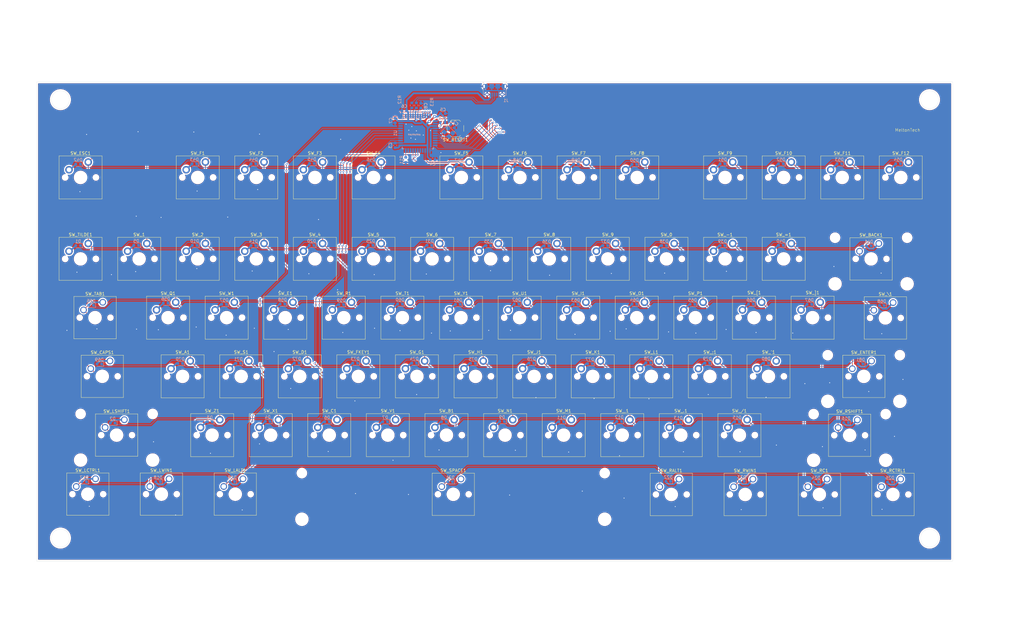
<source format=kicad_pcb>
(kicad_pcb (version 20240108) (generator "pcbnew") (generator_version "8.0")
  (layers (0 "F.Cu" signal) (31 "B.Cu" signal) (34 "B.Paste" user) (35 "F.Paste" user) (36 "B.SilkS" user "B.Silkscreen") (37 "F.SilkS" user "F.Silkscreen") (38 "B.Mask" user) (39 "F.Mask" user) (44 "Edge.Cuts" user))
  (net 0 "")
  (net 1 "Net-(U1-XTAL1)")
  (net 2 "GND")
  (net 3 "Net-(U1-XTAL2)")
  (net 4 "VCC")
  (net 5 "Net-(U1-UCAP)")
  (net 6 "Net-(D1-A)")
  (net 7 "row4")
  (net 8 "row1")
  (net 9 "Net-(D2-A)")
  (net 10 "Net-(D3-A)")
  (net 11 "Net-(D4-A)")
  (net 12 "Net-(D5-A)")
  (net 13 "Net-(D6-A)")
  (net 14 "Net-(D7-A)")
  (net 15 "Net-(D8-A)")
  (net 16 "Net-(D9-A)")
  (net 17 "Net-(D10-A)")
  (net 18 "Net-(D11-A)")
  (net 19 "Net-(D12-A)")
  (net 20 "Net-(D13-A)")
  (net 21 "Net-(D14-A)")
  (net 22 "Net-(D15-A)")
  (net 23 "Net-(D16-A)")
  (net 24 "row0")
  (net 25 "Net-(D17-A)")
  (net 26 "Net-(D18-A)")
  (net 27 "Net-(D19-A)")
  (net 28 "Net-(D20-A)")
  (net 29 "Net-(D21-A)")
  (net 30 "Net-(D22-A)")
  (net 31 "Net-(D23-A)")
  (net 32 "Net-(D24-A)")
  (net 33 "Net-(D25-A)")
  (net 34 "Net-(D26-A)")
  (net 35 "Net-(D31-A)")
  (net 36 "Net-(D35-A)")
  (net 37 "Net-(D36-A)")
  (net 38 "Net-(D37-A)")
  (net 39 "Net-(D38-A)")
  (net 40 "Net-(D39-A)")
  (net 41 "Net-(D40-A)")
  (net 42 "Net-(D41-A)")
  (net 43 "Net-(D42-A)")
  (net 44 "row5")
  (net 45 "Net-(D43-A)")
  (net 46 "Net-(D44-A)")
  (net 47 "Net-(D45-A)")
  (net 48 "Net-(D46-A)")
  (net 49 "Net-(D47-A)")
  (net 50 "Net-(D48-A)")
  (net 51 "Net-(D49-A)")
  (net 52 "Net-(D50-A)")
  (net 53 "Net-(D51-A)")
  (net 54 "Net-(D52-A)")
  (net 55 "Net-(D53-A)")
  (net 56 "Net-(D54-A)")
  (net 57 "Net-(D55-A)")
  (net 58 "row3")
  (net 59 "Net-(D56-A)")
  (net 60 "Net-(D57-A)")
  (net 61 "Net-(D58-A)")
  (net 62 "Net-(D59-A)")
  (net 63 "Net-(D60-A)")
  (net 64 "Net-(D61-A)")
  (net 65 "Net-(D62-A)")
  (net 66 "Net-(D63-A)")
  (net 67 "Net-(D64-A)")
  (net 68 "Net-(D65-A)")
  (net 69 "Net-(D66-A)")
  (net 70 "Net-(D67-A)")
  (net 71 "Net-(D68-A)")
  (net 72 "row2")
  (net 73 "Net-(D69-A)")
  (net 74 "Net-(D70-A)")
  (net 75 "Net-(D71-A)")
  (net 76 "Net-(D72-A)")
  (net 77 "Net-(D73-A)")
  (net 78 "Net-(D74-A)")
  (net 79 "Net-(D75-A)")
  (net 80 "Net-(D76-A)")
  (net 81 "Net-(D77-A)")
  (net 82 "Net-(D78-A)")
  (net 83 "Net-(D79-A)")
  (net 84 "Net-(D80-A)")
  (net 85 "Net-(D81-A)")
  (net 86 "/D+")
  (net 87 "/D-")
  (net 89 "Net-(U1-~{RESET})")
  (net 90 "Net-(U1-~{HWB}{slash}PE2)")
  (net 91 "Net-(U1-D+)")
  (net 92 "Net-(U1-D-)")
  (net 93 "col11")
  (net 94 "col8")
  (net 95 "col9")
  (net 96 "col10")
  (net 97 "col1")
  (net 98 "col2")
  (net 99 "col3")
  (net 100 "col4")
  (net 101 "col5")
  (net 102 "col6")
  (net 103 "col7")
  (net 104 "col12")
  (net 105 "col13")
  (net 106 "col0")
  (footprint "PCM_Switch_Keyboard_Cherry_MX:SW_Cherry_MX_PCB_1.00u" (layer "F.Cu") (at 201.75 131.1)
    (property "Reference" "SW_M1")
    (property "Value" "SW_Push")
  )
  (footprint "PCM_Switch_Keyboard_Cherry_MX:SW_Cherry_MX_PCB_1.00u" (layer "F.Cu") (at 274.4 46)
    (property "Reference" "SW_F10")
    (property "Value" "SW_Push")
  )
  (footprint "PCM_Switch_Keyboard_Cherry_MX:SW_Cherry_MX_PCB_1.00u" (layer "F.Cu") (at 138.95 46)
    (property "Reference" "SW_F4")
    (property "Value" "SW_Push")
  )
  (footprint "Button_Switch_Keyboard:SW_Cherry_MX_1.25u_PCB" (layer "F.Cu") (at 95.84 145.52)
    (property "Reference" "SW_LALT1")
    (property "Value" "SW_Push")
  )
  (footprint "PCM_Switch_Keyboard_Cherry_MX:SW_Cherry_MX_PCB_1.00u" (layer "F.Cu") (at 235.7 72.9)
    (property "Reference" "SW_0")
    (property "Value" "SW_Push")
  )
  (footprint "PCM_Switch_Keyboard_Cherry_MX:SW_Cherry_MX_PCB_1.00u" (layer "F.Cu") (at 187.2 92.3)
    (property "Reference" "SW_U1")
    (property "Value" "SW_Push")
  )
  (footprint "PCM_Switch_Keyboard_Cherry_MX:SW_Cherry_MX_PCB_1.00u" (layer "F.Cu") (at 187.325 46)
    (property "Reference" "SW_F6")
    (property "Value" "SW_Push")
  )
  (footprint "PCM_Switch_Keyboard_Cherry_MX:SW_Cherry_MX_PCB_1.00u" (layer "F.Cu") (at 221.1 131.1)
    (property "Reference" "SW_,1")
    (property "Value" "SW_Push")
  )
  (footprint "PCM_Switch_Keyboard_Cherry_MX:SW_Cherry_MX_PCB_1.00u" (layer "F.Cu") (at 264.6 92.3)
    (property "Reference" "SW_[1")
    (property "Value" "SW_Push")
  )
  (footprint "PCM_Switch_Keyboard_Cherry_MX:SW_Cherry_MX_PCB_1.00u" (layer "F.Cu") (at 172.65 111.7)
    (property "Reference" "SW_H1")
    (property "Value" "SW_Push")
  )
  (footprint "PCM_Switch_Keyboard_Cherry_MX:SW_Cherry_MX_PCB_1.00u" (layer "F.Cu") (at 245.25 92.3)
    (property "Reference" "SW_P1")
    (property "Value" "SW_Push")
  )
  (footprint "PCM_Switch_Keyboard_Cherry_MX:SW_Cherry_MX_PCB_1.00u" (layer "F.Cu") (at 167.975 46)
    (property "Reference" "SW_F5")
    (property "Value" "SW_Push")
  )
  (footprint "PCM_Switch_Keyboard_Cherry_MX:SW_Cherry_MX_PCB_1.00u" (layer "F.Cu") (at 230.7 111.7)
    (property "Reference" "SW_L1")
    (property "Value" "SW_Push")
  )
  (footprint "PCM_Switch_Keyboard_Cherry_MX:SW_Cherry_MX_PCB_1.00u" (layer "F.Cu") (at 206.55 92.3)
    (property "Reference" "SW_I1")
    (property "Value" "SW_Push")
  )
  (footprint "PCM_Switch_Keyboard_Cherry_MX:SW_Cherry_MX_PCB_1.00u" (layer "F.Cu") (at 75.9 111.7)
    (property "Reference" "SW_A1")
    (property "Value" "SW_Push")
  )
  (footprint "PCM_Switch_Keyboard_Cherry_MX:SW_Cherry_MX_PCB_1.00u" (layer "F.Cu") (at 226.025 46)
    (property "Reference" "SW_F8")
    (property "Value" "SW_Push")
  )
  (footprint "Button_Switch_Keyboard:SW_Cherry_MX_6.25u_PCB" (layer "F.Cu") (at 167.84 145.5625)
    (property "Reference" "SW_SPACE1")
    (property "Value" "SW_Push")
  )
  (footprint "PCM_Switch_Keyboard_Cherry_MX:SW_Cherry_MX_PCB_1.00u" (layer "F.Cu") (at 90.45 92.3)
    (property "Reference" "SW_W1")
    (property "Value" "SW_Push")
  )
  (footprint "PCM_Switch_Keyboard_Cherry_MX:SW_Cherry_MX_PCB_1.00u" (layer "F.Cu") (at 143.7 131.1)
    (property "Reference" "SW_V1")
    (property "Value" "SW_Push")
  )
  (footprint "PCM_Switch_Keyboard_Cherry_MX:SW_Cherry_MX_PCB_1.00u" (layer "F.Cu") (at 42.2 46)
    (property "Reference" "SW_ESC1")
    (property "Value" "SW_Push")
  )
  (footprint "PCM_Switch_Keyboard_Cherry_MX:SW_Cherry_MX_PCB_1.00u" (layer "F.Cu") (at 158.3 72.9)
    (property "Reference" "SW_6")
    (property "Value" "SW_Push")
  )
  (footprint "PCM_Switch_Keyboard_Cherry_MX:SW_Cherry_MX_PCB_1.00u" (layer "F.Cu") (at 182.4 131.1)
    (property "Reference" "SW_N1")
    (property "Value" "SW_Push")
  )
  (footprint "PCM_Switch_Keyboard_Cherry_MX:SW_Cherry_MX_PCB_1.00u" (layer "F.Cu") (at 119.6 72.9)
    (property "Reference" "SW_4")
    (property "Value" "SW_Push")
  )
  (footprint "Button_Switch_Keyboard:SW_Cherry_MX_1.25u_PCB" (layer "F.Cu") (at 47.14 145.52)
    (property "Reference" "SW_LCTRL1")
    (property "Value" "SW_Push")
  )
  (footprint "Button_Switch_Keyboard:SW_Cherry_MX_1.25u_PCB" (layer "F.Cu") (at 313.04 145.62)
    (property "Reference" "SW_RCTRL1")
    (property "Value" "SW_Push")
  )
  (footprint "PCM_Switch_Keyboard_Cherry_MX:SW_Cherry_MX_PCB_1.00u" (layer "F.Cu") (at 206.675 46)
    (property "Reference" "SW_F7")
    (property "Value" "SW_Push")
  )
  (footprint "Button_Switch_Keyboard:SW_Cherry_MX_1.50u_PCB" (layer "F.Cu") (at 49.54 87.22)
    (property "Reference" "SW_TAB1")
    (property "Value" "SW_Push")
  )
  (footprint "PCM_Switch_Keyboard_Cherry_MX:SW_Cherry_MX_PCB_1.00u" (layer "F.Cu") (at 133.95 111.7)
    (property "Reference" "SW_FKEY1")
    (property "Value" "SW_Push")
  )
  (footprint "Button_Switch_Keyboard:SW_Cherry_MX_1.25u_PCB" (layer "F.Cu") (at 239.84 145.62)
    (property "Reference" "SW_RALT1")
    (property "Value" "SW_Push")
  )
  (footprint "PCM_Switch_Keyboard_Cherry_MX:SW_Cherry_MX_PCB_1.00u" (layer "F.Cu") (at 240.45 131.1)
    (property "Reference" "SW_.1")
    (property "Value" "SW_Push")
  )
  (footprint "PCM_Switch_Keyboard_Cherry_MX:SW_Cherry_MX_PCB_1.00u" (layer "F.Cu") (at 255.05 46)
    (property "Reference" "SW_F9")
    (property "Value" "SW_Push")
  )
  (footprint "Button_Switch_Keyboard:SW_Cherry_MX_2.00u_PCB" (layer "F.Cu") (at 305.82 67.82)
    (property "Reference" "SW_BACK1")
    (property "Value" "SW_Push")
  )
  (footprint "PCM_Switch_Keyboard_Cherry_MX:SW_Cherry_MX_PCB_1.00u" (layer "F.Cu") (at 177.65 72.9)
    (property "Reference" "SW_7")
    (property "Value" "SW_Push")
  )
  (footprint "PCM_Switch_Keyboard_Cherry_MX:SW_Cherry_MX_PCB_1.00u" (layer "F.Cu") (at 259.8 131.1)
    (property "Reference" "SW_/1")
    (property "Value" "SW_Push")
  )
  (footprint "PCM_Switch_Keyboard_Cherry_MX:SW_Cherry_MX_PCB_1.00u" (layer "F.Cu") (at 80.9 46)
    (property "Reference" "SW_F1")
    (property "Value" "SW_Push")
  )
  (footprint "PCM_Switch_Keyboard_Cherry_MX:SW_Cherry_MX_PCB_1.00u" (layer "F.Cu") (at 95.25 111.7)
    (property "Reference" "SW_S1")
    (property "Value" "SW_Push")
  )
  (footprint "PCM_Switch_Keyboard_Cherry_MX:SW_Cherry_MX_PCB_1.00u" (layer "F.Cu") (at 119.6 46)
    (property "Reference" "SW_F3")
    (property "Value" "SW_Push")
  )
  (footprint "Button_Switch_Keyboard:SW_Cherry_MX_1.75u_PCB" (layer "F.Cu") (at 51.92 106.6)
    (property "Reference" "SW_CAPS1")
    (property "Value" "SW_Push")
  )
  (footprint "PCM_Switch_Keyboard_Cherry_MX:SW_Cherry_MX_PCB_1.00u" (layer "F.Cu") (at 100.25 72.9)
    (property "Reference" "SW_3")
    (property "Value" "SW_Push")
  )
  (footprint "Button_Switch_Keyboard:SW_Cherry_MX_2.25u_PCB" (layer "F.Cu") (at 303.42 106.62)
    (property "Reference" "SW_ENTER1")
    (property "Value" "SW_Push")
  )
  (footprint "PCM_Switch_Keyboard_Cherry_MX:SW_Cherry_MX_PCB_1.00u" (layer "F.Cu") (at 255.05 72.9)
    (property "Reference" "SW_-1")
    (property "Value" "SW_Push")
  )
  (footprint "PCM_Switch_Keyboard_Cherry_MX:SW_Cherry_MX_PCB_1.00u" (layer "F.Cu") (at 71.1 92.3)
    (property "Reference" "SW_Q1")
    (property "Value" "SW_Push")
  )
  (footprint "PCM_Switch_Keyboard_Cherry_MX:SW_Cherry_MX_PCB_1.00u" (layer "F.Cu") (at 61.55 72.9)
    (property "Reference" "SW_1")
    (property "Value" "SW_Push")
  )
  (footprint "PCM_Switch_Keyboard_Cherry_MX:SW_Cherry_MX_PCB_1.00u" (layer "F.Cu") (at 109.8 92.3)
    (property "Reference" "SW_E1")
    (property "Value" "SW_Push")
  )
  (footprint "Button_Switch_Keyboard:SW_Cherry_MX_1.25u_PCB" (layer "F.Cu") (at 71.44 145.52)
    (property "Reference" "SW_LWIN1")
    (property "Value" "SW_Push")
  )
  (footprint "PCM_Switch_Keyboard_Cherry_MX:SW_Cherry_MX_PCB_1.00u" (layer "F.Cu") (at 163.05 131.1)
    (property "Reference" "SW_B1")
    (property "Value" "SW_Push")
  )
  (footprint "PCM_Switch_Keyboard_Cherry_MX:SW_Cherry_MX_PCB_1.00u" (layer "F.Cu") (at 148.5 92.3)
    (property "Reference" "SW_T1")
    (property "Value" "SW_Push")
  )
  (footprint "PCM_Switch_Keyboard_Cherry_MX:SW_Cherry_MX_PCB_1.00u" (layer "F.Cu") (at 192 111.7)
    (property "Reference" "SW_J1")
    (property "Value" "SW_Push")
  )
  (footprint "Button_Switch_Keyboard:SW_Cherry_MX_1.25u_PCB" (layer "F.Cu") (at 288.74 145.62)
    (property "Reference" "SW_RC1")
    (property "Value" "SW_Push")
  )
  (footprint "PCM_Switch_Keyboard_Cherry_MX:SW_Cherry_MX_PCB_1.00u" (layer "F.Cu") (at 313.1 46)
    (property "Reference" "SW_F12")
    (property "Value" "SW_Push")
  )
  (footprint "PCM_Switch_Keyboard_Cherry_MX:SW_Cherry_MX_PCB_1.00u" (layer "F.Cu") (at 269.4 111.7)
    (property "Reference" "SW_'1")
    (property "Value" "SW_Push")
  )
  (footprint "PCM_Switch_Keyboard_Cherry_MX:SW_Cherry_MX_PCB_1.00u" (layer "F.Cu") (at 216.35 72.9)
    (property "Reference" "SW_9")
    (property "Value" "SW_Push")
  )
  (footprint "PCM_Switch_Keyboard_Cherry_MX:SW_Cherry_MX_PCB_1.00u" (layer "F.Cu") (at 197 72.9)
    (property "Reference" "SW_8")
    (property "Value" "SW_Push")
  )
  (footprint "PCM_Switch_Keyboard_Cherry_MX:SW_Cherry_MX_PCB_1.00u" (layer "F.Cu") (at 138.95 72.9)
    (property "Reference" "SW_5")
    (property "Value" "SW_Push")
  )
  (footprint "Button_Switch_Keyboard:SW_Cherry_MX_1.50u_PCB" (layer "F.Cu") (at 310.54 87.32)
    (property "Reference" "SW_\\1")
    (property "Value" "SW_Push")
  )
  (footprint "PCM_Switch_Keyboard_Cherry_MX:SW_Cherry_MX_PCB_1.00u" (layer "F.Cu") (at 225.9 92.3)
    (property "Reference" "SW_O1")
    (property "Value" "SW_Push")
  )
  (footprint "PCM_Switch_Keyboard_Cherry_MX:SW_Cherry_MX_PCB_1.00u" (layer "F.Cu") (at 250.05 111.7)
    (property "Reference" "SW_;1")
    (property "Value" "SW_Push")
  )
  (footprint "PCM_Switch_Keyboard_Cherry_MX:SW_Cherry_MX_PCB_1.00u" (layer "F.Cu") (at 211.35 111.7)
    (property "Reference" "SW_K1")
    (property "Value" "SW_Push")
  )
  (footprint "PCM_Switch_Keyboard_Cherry_MX:SW_Cherry_MX_PCB_1.00u" (layer "F.Cu") (at 100.25 46)
    (property "Reference" "SW_F2")
    (property "Value" "SW_Push")
  )
  (footprint "Button_Switch_Keyboard:SW_Cherry_MX_1.25u_PCB" (layer "F.Cu") (at 264.24 145.62)
    (property "Reference" "SW_RWIN1")
    (property "Value" "SW_Push")
  )
  (footprint "PCM_Switch_Keyboard_Cherry_MX:SW_Cherry_MX_PCB_1.00u" (layer "F.Cu") (at 283.95 92.3)
    (property "Reference" "SW_]1")
    (property "Value" "SW_Push")
  )
  (footprint "PCM_Switch_Keyboard_Cherry_MX:SW_Cherry_MX_PCB_1.00u" (layer "F.Cu") (at 105 131.1)
    (property "Reference" "SW_X1")
    (property "Value" "SW_Push")
  )
  (footprint "PCM_Switch_Keyboard_Cherry_MX:SW_Cherry_MX_PCB_1.00u" (layer "F.Cu") (at 153.3 111.7)
    (property "Reference" "SW_G1")
    (property "Value" "SW_Push")
  )
  (footprint "PCM_Switch_Keyboard_Cherry_MX:SW_Cherry_MX_PCB_1.00u" (layer "F.Cu") (at 42.2 72.9)
    (property "Reference" "SW_TILDE1")
    (property "Value" "SW_Push")
  )
  (footprint "PCM_Switch_Keyboard_Cherry_MX:SW_Cherry_MX_PCB_1.00u" (layer "F.Cu") (at 80.9 72.9)
    (property "Reference" "SW_2")
    (property "Value" "SW_Push")
  )
  (footprint "PCM_Switch_Keyboard_Cherry_MX:SW_Cherry_MX_PCB_1.00u" (layer "F.Cu") (at 167.85 92.3)
    (property "Reference" "SW_Y1")
    (property "Value" "SW_Push")
  )
  (footprint "PCM_Switch_Keyboard_Cherry_MX:SW_Cherry_MX_PCB_1.00u" (layer "F.Cu") (at 114.6 111.7)
    (property "Reference" "SW_D1")
    (property "Value" "SW_Push")
  )
  (footprint "PCM_Switch_Keyboard_Cherry_MX:SW_Cherry_MX_PCB_1.00u" (layer "F.Cu") (at 124.35 131.1)
    (property "Reference" "SW_C1")
    (property "Value" "SW_Push")
  )
  (footprint "PCM_Switch_Keyboard_Cherry_MX:SW_Cherry_MX_PCB_1.00u" (layer "F.Cu") (at 274.4 72.9)
    (property "Reference" "SW_=1")
    (property "Value" "SW_Push")
  )
  (footprint "PCM_Switch_Keyboard_Cherry_MX:SW_Cherry_MX_PCB_1.00u" (layer "F.Cu") (at 85.65 131.1)
    (property "Reference" "SW_Z1")
    (property "Value" "SW_Push")
  )
  (footprint "Button_Switch_Keyboard:SW_Cherry_MX_2.75u_PCB" (layer "F.Cu") (at 298.74 126.08)
    (property "Reference" "SW_RSHIFT1")
    (property "Value" "SW_Push")
  )
  (footprint "PCM_Switch_Keyboard_Cherry_MX:SW_Cherry_MX_PCB_1.00u" (layer "F.Cu") (at 129.15 92.3)
    (property "Reference" "SW_R1")
    (property "Value" "SW_Push")
  )
  (footprint "PCM_Switch_Keyboard_Cherry_MX:SW_Cherry_MX_PCB_1.00u" (layer "F.Cu") (at 293.75 46)
    (property "Reference" "SW_F11")
    (property "Value" "SW_Push")
  )
  (footprint "Button_Switch_SMD:SW_SPST_TL3342" (layer "F.Cu") (at 166 29.8 180)
    (property "Reference" "SW_RESET1")
    (property "Value" "SW_Push")
  )
  (footprint "Button_Switch_Keyboard:SW_Cherry_MX_2.25u_PCB" (layer "F.Cu") (at 56.66 126.02)
    (property "Reference" "SW_LSHIFT1")
    (property "Value" "SW_Push")
  )
  (footprint "Diode_SMD:D_0603_1608Metric" (layer "B.Cu") (at 118.6 41.4 180)
    (property "Reference" "D45")
    (property "Value" "D")
  )
  (footprint "Diode_SMD:D_0603_1608Metric" (layer "B.Cu") (at 164.2875 146.5 180)
    (property "Reference" "D21")
    (property "Value" "D")
  )
  (footprint "Diode_SMD:D_0603_1608Metric" (layer "B.Cu") (at 239.6 126.8 180)
    (property "Reference" "D13")
    (property "Value" "D")
  )
  (footprint "Diode_SMD:D_0603_1608Metric" (layer "B.Cu") (at 254.2 68.5 180)
    (property "Reference" "D39")
    (property "Value" "D")
  )
  (footprint "Diode_SMD:D_0603_1608Metric" (layer "B.Cu") (at 282.9 87.9 180)
    (property "Reference" "D67")
    (property "Value" "D")
  )
  (footprint "Diode_SMD:D_0603_1608Metric" (layer "B.Cu") (at 292.8 41.5 180)
    (property "Reference" "D53")
    (property "Value" "D")
  )
  (footprint "Diode_SMD:D_0603_1608Metric" (layer "B.Cu") (at 312.2 41.5 180)
    (property "Reference" "D54")
    (property "Value" "D")
  )
  (footprint "Capacitor_SMD:C_0603_1608Metric" (layer "B.Cu") (at 146.1 35.4 90)
    (property "Reference" "C3")
    (property "Value" "0.1u")
  )
  (footprint "Diode_SMD:D_0603_1608Metric" (layer "B.Cu") (at 84.9 126.7 180)
    (property "Reference" "D3")
    (property "Value" "D")
  )
  (footprint "Diode_SMD:D_0603_1608Metric" (layer "B.Cu") (at 260.6 146.4 180)
    (property "Reference" "D23")
    (property "Value" "D")
  )
  (footprint "Diode_SMD:D_0603_1608Metric" (layer "B.Cu") (at 186.5 41.6 180)
    (property "Reference" "D48")
    (property "Value" "D")
  )
  (footprint "Diode_SMD:D_0603_1608Metric" (layer "B.Cu") (at 309.5 146.6 180)
    (property "Reference" "D26")
    (property "Value" "D")
  )
  (footprint "Diode_SMD:D_0603_1608Metric" (layer "B.Cu") (at 132.9 107.3 180)
    (property "Reference" "D73")
    (property "Value" "D")
  )
  (footprint "Diode_SMD:D_0603_1608Metric" (layer "B.Cu") (at 205.8 41.6 180)
    (property "Reference" "D49")
    (property "Value" "D")
  )
  (footprint "Capacitor_SMD:C_0603_1608Metric" (layer "B.Cu") (at 165.051992 29.051992 135)
    (property "Reference" "C2")
    (property "Value" "22p")
  )
  (footprint "Diode_SMD:D_0603_1608Metric" (layer "B.Cu") (at 254.2 41.5 180)
    (property "Reference" "D51")
    (property "Value" "D")
  )
  (footprint "Diode_SMD:D_0603_1608Metric" (layer "B.Cu") (at 128.3 88 180)
    (property "Reference" "D59")
    (property "Value" "D")
  )
  (footprint "Diode_SMD:D_0603_1608Metric" (layer "B.Cu") (at 138.1 41.5 180)
    (property "Reference" "D46")
    (property "Value" "D")
  )
  (footprint "Connector_USB:USB_Micro-B_Amphenol_10118194_Horizontal" (layer "B.Cu") (at 178.975 17.2)
    (property "Reference" "J1")
    (property "Value" "USB_B_Micro")
  )
  (footprint "Diode_SMD:D_0603_1608Metric" (layer "B.Cu") (at 186.2 87.8 180)
    (property "Reference" "D62")
    (property "Value" "D")
  )
  (footprint "Diode_SMD:D_0603_1608Metric" (layer "B.Cu") (at 167.2 41.7 180)
    (property "Reference" "D47")
    (property "Value" "D")
  )
  (footprint "Diode_SMD:D_0603_1608Metric" (layer "B.Cu") (at 118.5 68.4 180)
    (property "Reference" "D20")
    (property "Value" "D")
  )
  (footprint "Diode_SMD:D_0603_1608Metric" (layer "B.Cu") (at 79.9 68.4 180)
    (property "Reference" "D10")
    (property "Value" "D")
  )
  (footprint "Diode_SMD:D_0603_1608Metric" (layer "B.Cu") (at 295 127 180)
    (property "Reference" "D16")
    (property "Value" "D")
  )
  (footprint "Diode_SMD:D_0603_1608Metric" (layer "B.Cu") (at 171.8 107.4 180)
    (property "Reference" "D75")
    (property "Value" "D")
  )
  (footprint "Diode_SMD:D_0603_1608Metric" (layer "B.Cu") (at 181.4 126.6 180)
    (property "Reference" "D9")
    (property "Value" "D")
  )
  (footprint "Diode_SMD:D_0603_1608Metric" (layer "B.Cu") (at 108.8875 87.8 180)
    (property "Reference" "D58")
    (property "Value" "D")
  )
  (footprint "Diode_SMD:D_0603_1608Metric" (layer "B.Cu") (at 259 126.7 180)
    (property "Reference" "D15")
    (property "Value" "D")
  )
  (footprint "Capacitor_SMD:C_0603_1608Metric" (layer "B.Cu") (at 149.1 23.9 180)
    (property "Reference" "C6")
    (property "Value" "0.1u")
  )
  (footprint "Diode_SMD:D_0603_1608Metric" (layer "B.Cu") (at 263.5875 87.8 180)
    (property "Reference" "D66")
    (property "Value" "D")
  )
  (footprint "Diode_SMD:D_0603_1608Metric" (layer "B.Cu") (at 244.3 87.9 180)
    (property "Reference" "D65")
    (property "Value" "D")
  )
  (footprint "Capacitor_SMD:C_0603_1608Metric" (layer "B.Cu") (at 165.6 33.4 -135)
    (property "Reference" "C1")
    (property "Value" "22p")
  )
  (footprint "Diode_SMD:D_0603_1608Metric" (layer "B.Cu") (at 41.4 68.5 180)
    (property "Reference" "D1")
    (property "Value" "D")
  )
  (footprint "Capacitor_SMD:C_0603_1608Metric" (layer "B.Cu") (at 146.1 27.2 -90)
    (property "Reference" "C7")
    (property "Value" "4.7u")
  )
  (footprint "Diode_SMD:D_0603_1608Metric" (layer "B.Cu") (at 99.3 68.5 180)
    (property "Reference" "D14")
    (property "Value" "D")
  )
  (footprint "Diode_SMD:D_0603_1608Metric" (layer "B.Cu") (at 138 68.4 180)
    (property "Reference" "D25")
    (property "Value" "D")
  )
  (footprint "Diode_SMD:D_0603_1608Metric" (layer "B.Cu") (at 94.3 107.4 180)
    (property "Reference" "D71")
    (property "Value" "D")
  )
  (footprint "Diode_SMD:D_0603_1608Metric" (layer "B.Cu") (at 215.5 68.5 180)
    (property "Reference" "D37")
    (property "Value" "D")
  )
  (footprint "Capacitor_SMD:C_0603_1608Metric" (layer "B.Cu") (at 158.496 40.132)
    (property "Reference" "C4")
    (property "Value" "0.1u")
  )
  (footprint "Diode_SMD:D_0603_1608Metric" (layer "B.Cu") (at 299.8 107.6 180)
    (property "Reference" "D81")
    (property "Value" "D")
  )
  (footprint "Resistor_SMD:R_0603_1608Metric" (layer "B.Cu") (at 151.6 22.2 90)
    (property "Reference" "R13")
    (property "Value" "22")
  )
  (footprint "Diode_SMD:D_0603_1608Metric" (layer "B.Cu") (at 41.4 41.6 180)
    (property "Reference" "D42")
    (property "Value" "D")
  )
  (footprint "Package_QFP:TQFP-44_10x10mm_P0.8mm" (layer "B.Cu") (at 153.6 31.4 -90)
    (property "Reference" "U1")
    (property "Value" "ATmega32U4-A")
  )
  (footprint "Diode_SMD:D_0603_1608Metric" (layer "B.Cu") (at 205.7 87.9 180)
    (property "Reference" "D63")
    (property "Value" "D")
  )
  (footprint "Diode_SMD:D_0603_1608Metric" (layer "B.Cu") (at 200.9875 126.7 180)
    (property "Reference" "D11")
    (property "Value" "D")
  )
  (footprint "Diode_SMD:D_0603_1608Metric" (layer "B.Cu") (at 225.1 87.8 180)
    (property "Reference" "D64")
    (property "Value" "D")
  )
  (footprint "Diode_SMD:D_0603_1608Metric" (layer "B.Cu") (at 234.9 68.5 180)
    (property "Reference" "D38")
    (property "Value" "D")
  )
  (footprint "Diode_SMD:D_0603_1608Metric" (layer "B.Cu") (at 306.8 88.3 180)
    (property "Reference" "D68")
    (property "Value" "D")
  )
  (footprint "Diode_SMD:D_0603_1608Metric" (layer "B.Cu") (at 67.8 146.5 180)
    (property "Reference" "D18")
    (property "Value" "D")
  )
  (footprint "Diode_SMD:D_0603_1608Metric" (layer "B.Cu") (at 191.1 107.3 180)
    (property "Reference" "D76")
    (property "Value" "D")
  )
  (footprint "Diode_SMD:D_0603_1608Metric" (layer "B.Cu") (at 43.4 146.5 180)
    (property "Reference" "D17")
    (property "Value" "D")
  )
  (footprint "Diode_SMD:D_0603_1608Metric" (layer "B.Cu") (at 147.7 87.8 180)
    (property "Reference" "D60")
    (property "Value" "D")
  )
  (footprint "Diode_SMD:D_0603_1608Metric" (layer "B.Cu") (at 113.5875 107.3 180)
    (property "Reference" "D72")
    (property "Value" "D")
  )
  (footprint "Diode_SMD:D_0603_1608Metric" (layer "B.Cu") (at 273.5 41.5 180)
    (property "Reference" "D52")
    (property "Value" "D")
  )
  (footprint "Diode_SMD:D_0603_1608Metric" (layer "B.Cu") (at 123.6 126.7 180)
    (property "Reference" "D6")
    (property "Value" "D")
  )
  (footprint "Diode_SMD:D_0603_1608Metric" (layer "B.Cu") (at 210.4 107.5 180)
    (property "Reference" "D77")
    (property "Value" "D")
  )
  (footprint "Diode_SMD:D_0603_1608Metric" (layer "B.Cu") (at 79.8 41.5 180)
    (property "Reference" "D43")
    (property "Value" "D")
  )
  (footprint "Diode_SMD:D_0603_1608Metric" (layer "B.Cu") (at 225.1 41.7 180)
    (property "Reference" "D50")
    (property "Value" "D")
  )
  (footprint "Diode_SMD:D_0603_1608Metric" (layer "B.Cu") (at 268.6 107.3 180)
    (property "Reference" "D80")
    (property "Value" "D")
  )
  (footprint "Diode_SMD:D_0603_1608Metric" (layer "B.Cu") (at 104 126.6 180)
    (property "Reference" "D4")
    (property "Value" "D")
  )
  (footprint "Diode_SMD:D_0603_1608Metric" (layer "B.Cu") (at 89.6 87.9 180)
    (property "Reference" "D57")
    (property "Value" "D")
  )
  (footprint "Diode_SMD:D_0603_1608Metric" (layer "B.Cu") (at 273.4875 68.4 180)
    (property "Reference" "D40")
    (property "Value" "D")
  )
  (footprint "Diode_SMD:D_0603_1608Metric" (layer "B.Cu") (at 60.5875 68.4 180)
    (property "Reference" "D5")
    (property "Value" "D")
  )
  (footprint "Diode_SMD:D_0603_1608Metric" (layer "B.Cu") (at 236.3 146.4 180)
    (property "Reference" "D22")
    (property "Value" "D")
  )
  (footprint "Diode_SMD:D_0603_1608Metric" (layer "B.Cu") (at 302.5 68.6 180)
    (property "Reference" "D41")
    (property "Value" "D")
  )
  (footprint "Diode_SMD:D_0603_1608Metric" (layer "B.Cu") (at 48.4 107.6 180)
    (property "Reference" "D69")
    (property "Value" "D")
  )
  (footprint "Diode_SMD:D_0603_1608Metric" (layer "B.Cu") (at 196.1 68.6 180)
    (property "Reference" "D36")
    (property "Value" "D")
  )
  (footprint "Diode_SMD:D_0603_1608Metric" (layer "B.Cu") (at 176.9 68.5 180)
    (property "Reference" "D35")
    (property "Value" "D")
  )
  (footprint "Diode_SMD:D_0603_1608Metric" (layer "B.Cu") (at 220.1 126.6 180)
    (property "Reference" "D12")
    (property "Value" "D")
  )
  (footprint "Diode_SMD:D_0603_1608Metric" (layer "B.Cu") (at 249.2 107.3 180)
    (property "Reference" "D79")
    (property "Value" "D")
  )
  (footprint "Diode_SMD:D_0603_1608Metric" (layer "B.Cu") (at 99.3 41.5 180)
    (property "Reference" "D44")
    (property "Value" "D")
  )
  (footprint "Diode_SMD:D_0603_1608Metric" (layer "B.Cu") (at 45.7 88.2 180)
    (property "Reference" "D55")
    (property "Value" "D")
  )
  (footprint "Diode_SMD:D_0603_1608Metric" (layer "B.Cu") (at 70.3 87.5 180)
    (property "Reference" "D56")
    (property "Value" "D")
  )
  (footprint "Diode_SMD:D_0603_1608Metric" (layer "B.Cu") (at 52.8 127.1 180)
    (property "Reference" "D2")
    (property "Value" "D")
  )
  (footprint "Resistor_SMD:R_0603_1608Metric" (layer "B.Cu") (at 153.1 22.2 -90)
    (property "Reference" "R12")
    (property "Value" "22")
  )
  (footprint "Diode_SMD:D_0603_1608Metric" (layer "B.Cu") (at 285.1 146.6 180)
    (property "Reference" "D24")
    (property "Value" "D")
  )
  (footprint "Crystal:Crystal_SMD_SeikoEpson_FA238-4Pin_3.2x2.5mm" (layer "B.Cu") (at 163.7 31.2 -45)
    (property "Reference" "Y2")
    (property "Value" "Crystal_GND24")
  )
  (footprint "Diode_SMD:D_0603_1608Metric" (layer "B.Cu") (at 157.4 68.4 180)
    (property "Reference" "D31")
    (property "Value" "D")
  )
  (footprint "Capacitor_SMD:C_0603_1608Metric" (layer "B.Cu") (at 161.875 24.9)
    (property "Reference" "C5")
    (property "Value" "0.1u")
  )
  (footprint "Resistor_SMD:R_0603_1608Metric" (layer "B.Cu") (at 161.8 27.9 180)
    (property "Reference" "R10")
    (property "Value" "10k")
  )
  (footprint "Resistor_SMD:R_0603_1608Metric" (layer "B.Cu") (at 149.6 40.2 -90)
    (property "Reference" "R11")
    (property "Value" "10k")
  )
  (footprint "Diode_SMD:D_0603_1608Metric" (layer "B.Cu") (at 229.7 107.2 180)
    (property "Reference" "D78")
    (property "Value" "D")
  )
  (footprint "Diode_SMD:D_0603_1608Metric" (layer "B.Cu") (at 162.2 126.7 180)
    (property "Reference" "D8")
    (property "Value" "D")
  )
  (footprint "Diode_SMD:D_0603_1608Metric" (layer "B.Cu") (at 152.4 107.3 180)
    (property "Reference" "D74")
    (property "Value" "D")
  )
  (footprint "Diode_SMD:D_0603_1608Metric" (layer "B.Cu") (at 142.8 126.7 180)
    (property "Reference" "D7")
    (property "Value" "D")
  )
  (footprint "Diode_SMD:D_0603_1608Metric" (layer "B.Cu") (at 166.8 87.9 180)
    (property "Reference" "D61")
    (property "Value" "D")
  )
  (footprint "Diode_SMD:D_0603_1608Metric" (layer "B.Cu") (at 92.3 146.5 180)
    (property "Reference" "D19")
    (property "Value" "D")
  )
  (footprint "Capacitor_SMD:C_0603_1608Metric" (layer "B.Cu") (at 154.6 22.3 -90)
    (property "Reference" "C8")
    (property "Value" "1u")
  )
  (footprint "Diode_SMD:D_0603_1608Metric" (layer "B.Cu") (at 75.1 107.4 180)
    (property "Reference" "D70")
    (property "Value" "D")
  )
  (gr_circle (center 35.56 20.32) (end 38.56 20.32) (stroke (width 0.05)) (fill none) (layer "Edge.Cuts"))
  (gr_circle (center 35.56 165.1) (end 38.56 165.1) (stroke (width 0.05)) (fill none) (layer "Edge.Cuts"))
  (gr_circle (center 322.58 165.1) (end 325.58 165.1) (stroke (width 0.05)) (fill none) (layer "Edge.Cuts"))
  (gr_rect (start 27.686 14.426) (end 330.2 172.72) (stroke (width 0.05)) (fill none) (layer "Edge.Cuts"))
  (gr_circle (center 322.58 20.32) (end 325.58 20.32) (stroke (width 0.05)) (fill none) (layer "Edge.Cuts"))
  (gr_text "WayWayWay" (at 150.275 32.075 0) (layer "B.SilkS") (effects (font (size 0.5 0.5) (thickness 0.1)) (justify left bottom)))
  (gr_text "MeltonTech" (at 311.125 30.95 0) (layer "F.SilkS") (effects (font (size 1 1) (thickness 0.1)) (justify left bottom)))
  (segment (start 160.125 31.4) (end 159.3 31.4) (width 0.2) (layer "B.Cu") (net 1))
  (segment (start 163.912132 32.543503) (end 161.268503 32.543503) (width 0.2) (layer "B.Cu") (net 1))
  (segment (start 163.912132 32.808148) (end 165.051992 33.948008) (width 0.2) (layer "B.Cu") (net 1))
  (segment (start 163.912132 32.543503) (end 163.912132 32.808148) (width 0.2) (layer "B.Cu") (net 1))
  (segment (start 161.268503 32.543503) (end 160.125 31.4) (width 0.2) (layer "B.Cu") (net 1))
  (via (at 238.6 154.7) (size 0.6) (drill 0.3) (layers "F.Cu" "B.Cu") (net 2))
  (via (at 90.8 59.1) (size 0.6) (drill 0.3) (layers "F.Cu" "B.Cu") (net 2))
  (via (at 128.8 97.2) (size 0.6) (drill 0.3) (layers "F.Cu" "B.Cu") (net 2))
  (via (at 217.1 96.8) (size 0.6) (drill 0.3) (layers "F.Cu" "B.Cu") (net 2))
  (via (at 291 75.4) (size 0.6) (drill 0.3) (layers "F.Cu" "B.Cu") (net 2))
  (via (at 80.7 50.5) (size 0.6) (drill 0.3) (layers "F.Cu" "B.Cu") (net 2))
  (via (at 235.1 77.6) (size 0.6) (drill 0.3) (layers "F.Cu" "B.Cu") (net 2))
  (via (at 60.7 96.1) (size 0.6) (drill 0.3) (layers "F.Cu" "B.Cu") (net 2))
  (via (at 85.1 137.1) (size 0.6) (drill 0.3) (layers "F.Cu" "B.Cu") (net 2))
  (via (at 255.5 77) (size 0.6) (drill 0.3) (layers "F.Cu" "B.Cu") (net 2))
  (via (at 101.3 134) (size 0.6) (drill 0.3) (layers "F.Cu" "B.Cu") (net 2))
  (via (at 301.3 136) (size 0.6) (drill 0.3) (layers "F.Cu" "B.Cu") (net 2))
  (via (at 177 96.5) (size 0.6) (drill 0.3) (layers "F.Cu" "B.Cu") (net 2))
  (via (at 47.6 96) (size 0.6) (drill 0.3) (layers "F.Cu" "B.Cu") (net 2))
  (via (at 79.6 31) (size 0.6) (drill 0.3) (layers "F.Cu" "B.Cu") (net 2))
  (via (at 37.7 96.5) (size 0.6) (drill 0.3) (layers "F.Cu" "B.Cu") (net 2))
  (via (at 236.4 97) (size 0.6) (drill 0.3) (layers "F.Cu" "B.Cu") (net 2))
  (via (at 104 123.1) (size 0.6) (drill 0.3) (layers "F.Cu" "B.Cu") (net 2))
  (via (at 281.4 114.1) (size 0.6) (drill 0.3) (layers "F.Cu" "B.Cu") (net 2))
  (via (at 245.4 97.4) (size 0.6) (drill 0.3) (layers "F.Cu" "B.Cu") (net 2))
  (via (at 161.2 37.8) (size 0.6) (drill 0.3) (layers "F.Cu" "B.Cu") (net 2))
  (via (at 101.3 31.7) (size 0.6) (drill 0.3) (layers "F.Cu" "B.Cu") (net 2))
  (via (at 156.4 77.9) (size 0.6) (drill 0.3) (layers "F.Cu" "B.Cu") (net 2))
  (via (at 145.4 139.4) (size 0.6) (drill 0.3) (layers "F.Cu" "B.Cu") (net 2))
  (via (at 124 136.5) (size 0.6) (drill 0.3) (layers "F.Cu" "B.Cu") (net 2))
  (via (at 268.6 118.6) (size 0.6) (drill 0.3) (layers "F.Cu" "B.Cu") (net 2))
  (via (at 128.1 33.4) (size 0.6) (drill 0.3) (layers "F.Cu" "B.Cu") (net 2))
  (via (at 98.9 76.9) (size 0.6) (drill 0.3) (layers "F.Cu" "B.Cu") (net 2))
  (via (at 153 27.3) (size 0.6) (drill 0.3) (layers "F.Cu" "B.Cu") (net 2))
  (via (at 272 134.4) (size 0.6) (drill 0.3) (layers "F.Cu" "B.Cu") (net 2))
  (via (at 45.1 154.6) (size 0.6) (drill 0.3) (layers "F.Cu" "B.Cu") (net 2))
  (via (at 149.7 28.4) (size 0.6) (drill 0.3) (layers "F.Cu" "B.Cu") (net 2))
  (via (at 106.1 103.5) (size 0.6) (drill 0.3) (layers "F.Cu" "B.Cu") (net 2))
  (via (at 192.6 118.7) (size 0.6) (drill 0.3) (layers "F.Cu" "B.Cu") (net 2))
  (via (at 155.4 32) (size 0.6) (drill 0.3) (layers "F.Cu" "B.Cu") (net 2))
  (via (at 133 150.4) (size 0.6) (drill 0.3) (layers "F.Cu" "B.Cu") (net 2))
  (via (at 211.8 119) (size 0.6) (drill 0.3) (layers "F.Cu" "B.Cu") (net 2))
  (via (at 221.7 151.9) (size 0.6) (drill 0.3) (layers "F.Cu" "B.Cu") (net 2))
  (via (at 205.5 97.8) (size 0.6) (drill 0.3) (layers "F.Cu" "B.Cu") (net 2))
  (via (at 164.3 96.7) (size 0.6) (drill 0.3) (layers "F.Cu" "B.Cu") (net 2))
  (via (at 217.5 77.7) (size 0.6) (drill 0.3) (layers "F.Cu" "B.Cu") (net 2))
  (via (at 151.3 33) (size 0.6) (drill 0.3) (layers "F.Cu" "B.Cu") (net 2))
  (via (at 67.9 96.3) (size 0.6) (drill 0.3) (layers "F.Cu" "B.Cu") (net 2))
  (via (at 60.6 58.8) (size 0.6) (drill 0.3) (layers "F.Cu" "B.Cu") (net 2))
  (via (at 229.9 119.1) (size 0.6) (drill 0.3) (layers "F.Cu" "B.Cu") (net 2))
  (via (at 100.7 50) (size 0.6) (drill 0.3) (layers "F.Cu" "B.Cu") (net 2))
  (via (at 60.4 77.1) (size 0.6) (drill 0.3) (layers "F.Cu" "B.Cu") (net 2))
  (via (at 185.8 136.1) (size 0.6) (drill 0.3) (layers "F.Cu" "B.Cu") (net 2))
  (via (at 241.3 136.6) (size 0.6) (drill 0.3) (layers "F.Cu" "B.Cu") (net 2))
  (via (at 99.6 95.8) (size 0.6) (drill 0.3) (layers "F.Cu" "B.Cu") (net 2))
  (via (at 184.2 96.5) (size 0.6) (drill 0.3) (layers "F.Cu" "B.Cu") (net 2))
  (via (at 150.5 150.7) (size 0.6) (drill 0.3) (layers "F.Cu" "B.Cu") (net 2))
  (via (at 80.6 76.1) (size 0.6) (drill 0.3) (layers "F.Cu" "B.Cu") (net 2))
  (via (at 260 136.6) (size 0.6) (drill 0.3) (layers "F.Cu" "B.Cu") (net 2))
  (via (at 249.5 117.7) (size 0.6) (drill 0.3) (layers "F.Cu" "B.Cu") (net 2))
  (via (at 158.1 97.4) (size 0.6) (drill 0.3) (layers "F.Cu" "B.Cu") (net 2))
  (via (at 160.782 29.718) (size 0.6) (drill 0.3) (layers "F.Cu" "B.Cu") (net 2))
  (via (at 153.2 117.7) (size 0.6) (drill 0.3) (layers "F.Cu" "B.Cu") (net 2))
  (via (at 177.6 76.8) (size 0.6) (drill 0.3) (layers "F.Cu" "B.Cu") (net 2))
  (via (at 80.4 95.4) (size 0.6) (drill 0.3) (layers "F.Cu" "B.Cu") (net 2))
  (via (at 68.8 59.2) (size 0.6) (drill 0.3) (layers "F.Cu" "B.Cu") (net 2))
  (via (at 313.8 112.7) (size 0.6) (drill 0.3) (layers "F.Cu" "B.Cu") (net 2))
  (via (at 160.6 136) (size 0.6) (drill 0.3) (layers "F.Cu" "B.Cu") (net 2))
  (via (at 151.6 29.2) (size 0.6) (drill 0.3) (layers "F.Cu" "B.Cu") (net 2))
  (via (at 311 131.5) (size 0.6) (drill 0.3) (layers "F.Cu" "B.Cu") (net 2))
  (via (at 289.6 113.8) (size 0.6) (drill 0.3) (layers "F.Cu" "B.Cu") (net 2))
  (via (at 150.6 30.4) (size 0.6) (drill 0.3) (layers "F.Cu" "B.Cu") (net 2))
  (via (at 152.8 33.4) (size 0.6) (drill 0.3) (layers "F.Cu" "B.Cu") (net 2))
  (via (at 302.5 116.7) (size 0.6) (drill 0.3) (layers "F.Cu" "B.Cu") (net 2))
  (via (at 306.9 155.6) (size 0.6) (drill 0.3) (layers "F.Cu" "B.Cu") (net 2))
  (via (at 265.3 97.2) (size 0.6) (drill 0.3) (layers "F.Cu" "B.Cu") (net 2))
  (via (at 197.1 78.3) (size 0.6) (drill 0.3) (layers "F.Cu" "B.Cu") (net 2))
  (via (at 108 83.5) (size 0.6) (drill 0.3) (layers "F.Cu" "B.Cu") (net 2))
  (via (at 287.4 155.1) (size 0.6) (drill 0.3) (layers "F.Cu" "B.Cu") (net 2))
  (via (at 52.4 78.1) (size 0.6) (drill 0.3) (layers "F.Cu" "B.Cu") (net 2))
  (via (at 255.4 96.2) (size 0.6) (drill 0.3) (layers "F.Cu" "B.Cu") (net 2))
  (via (at 306.8 97.6) (size 0.6) (drill 0.3) (layers "F.Cu" "B.Cu") (net 2))
  (via (at 153.1 30.6) (size 0.6) (drill 0.3) (layers "F.Cu" "B.Cu") (net 2))
  (via (at 95.6 155.8) (size 0.6) (drill 0.3) (layers "F.Cu" "B.Cu") (net 2))
  (via (at 207.9 149.6) (size 0.6) (drill 0.3) (layers "F.Cu" "B.Cu") (net 2))
  (via (at 139.2 78.1) (size 0.6) (drill 0.3) (layers "F.Cu" "B.Cu") (net 2))
  (via (at 183.9 150.9) (size 0.6) (drill 0.3) (layers "F.Cu" "B.Cu") (net 2))
  (via (at 306.6 77.6) (size 0.6) (drill 0.3) (layers "F.Cu" "B.Cu") (net 2))
  (via (at 161.2 31.5) (size 0.6) (drill 0.3) (layers "F.Cu" "B.Cu") (net 2))
  (via (at 110.8 96.2) (size 0.6) (drill 0.3) (layers "F.Cu" "B.Cu") (net 2))
  (via (at 203.4 136.7) (size 0.6) (drill 0.3) (layers "F.Cu" "B.Cu") (net 2))
  (via (at 277.4 97.4) (size 0.6) (drill 0.3) (layers "F.Cu" "B.Cu") (net 2))
  (via (at 90.3 98.1) (size 0.6) (drill 0.3) (layers "F.Cu" "B.Cu") (net 2))
  (via (at 117.6 77.8) (size 0.6) (drill 0.3) (layers "F.Cu" "B.Cu") (net 2))
  (via (at 132.8 119.8) (size 0.6) (drill 0.3) (layers "F.Cu" "B.Cu") (net 2))
  (via (at 111.6 115.7) (size 0.6) (drill 0.3) (layers "F.Cu" "B.Cu") (net 2))
  (via (at 147.7 96.6) (size 0.6) (drill 0.3) (layers "F.Cu" "B.Cu") (net 2))
  (via (at 44.2 31.8) (size 0.6) (drill 0.3) (layers "F.Cu" "B.Cu") (net 2))
  (via (at 41 77.3) (size 0.6) (drill 0.3) (layers "F.Cu" "B.Cu") (net 2))
  (via (at 120.8 59.9) (size 0.6) (drill 0.3) (layers "F.Cu" "B.Cu") (net 2))
  (via (at 42 50.7) (size 0.6) (drill 0.3) (layers "F.Cu" "B.Cu") (net 2))
  (via (at 66.3 133.3) (size 0.6) (drill 0.3) (layers "F.Cu" "B.Cu") (net 2))
  (via (at 139.3 95.8) (size 0.6) (drill 0.3) (layers "F.Cu" "B.Cu") (net 2))
  (via (at 220.2 137.9) (size 0.6) (drill 0.3) (layers "F.Cu" "B.Cu") (net 2))
  (via (at 61.2 30.9) (size 0.6) (drill 0.3) (layers "F.Cu" "B.Cu") (net 2))
  (via (at 73.6 157.5) (size 0.6) (drill 0.3) (layers "F.Cu" "B.Cu") (net 2))
  (via (at 222.4 96) (size 0.6) (drill 0.3) (layers "F.Cu" "B.Cu") (net 2))
  (via (at 157.8 30.5) (size 0.6) (drill 0.3) (layers "F.Cu" "B.Cu") (net 2))
  (via (at 260.4 155.7) (size 0.6) (drill 0.3) (layers "F.Cu" "B.Cu") (net 2))
  (via (at 127.1 83.1) (size 0.6) (drill 0.3) (layers "F.Cu" "B.Cu") (net 2))
  (via (at 287.2 134.9) (size 0.6) (drill 0.3) (layers "F.Cu" "B.Cu") (net 2))
  (segment (start 165.043503 31.412132) (end 165.925 30.530635) (width 0.2) (layer "B.Cu") (net 2))
  (segment (start 152.8 25.7) (end 152.8 27.1) (width 0.2) (layer "B.Cu") (net 2))
  (segment (start 165.925 29.925) (end 165.6 29.6) (width 0.2) (layer "B.Cu") (net 2))
  (segment (start 159.3 29.8) (end 157.8 29.8) (width 0.2) (layer "B.Cu") (net 2))
  (segment (start 152.8 27.1) (end 153 27.3) (width 0.2) (layer "B.Cu") (net 2))
  (segment (start 157.8 29.8) (end 157.8 30.5) (width 0.2) (layer "B.Cu") (net 2))
  (segment (start 147.9 28.2) (end 149.5 28.2) (width 0.2) (layer "B.Cu") (net 2))
  (segment (start 161.712132 30.987868) (end 161.2 31.5) (width 0.2) (layer "B.Cu") (net 2))
  (segment (start 162.356497 30.987868) (end 161.712132 30.987868) (width 0.2) (layer "B.Cu") (net 2))
  (segment (start 165.925 30.530635) (end 165.925 29.925) (width 0.2) (layer "B.Cu") (net 2))
  (segment (start 149.5 28.2) (end 149.7 28.4) (width 0.2) (layer "B.Cu") (net 2))
  (segment (start 153 27.3) (end 152.9 27.2) (width 0.2) (layer "B.Cu") (net 2))
  (segment (start 160.8 30.6) (end 159.3 30.6) (width 0.2) (layer "B.Cu") (net 3))
  (segment (start 164.503984 28.840381) (end 163.487868 29.856497) (width 0.2) (layer "B.Cu") (net 3))
  (segment (start 162.992893 29.361522) (end 162.038478 29.361522) (width 0.2) (layer "B.Cu") (net 3))
  (segment (start 163.487868 29.856497) (end 162.992893 29.361522) (width 0.2) (layer "B.Cu") (net 3))
  (segment (start 162.038478 29.361522) (end 160.8 30.6) (width 0.2) (layer "B.Cu") (net 3))
  (segment (start 164.503984 28.503984) (end 164.503984 28.840381) (width 0.2) (layer "B.Cu") (net 3))
  (segment (start 157.5 27.5) (end 159.1 25.9) (width 0.6) (layer "F.Cu") (net 4))
  (segment (start 157.4 27.5) (end 157.5 27.5) (width 0.6) (layer "F.Cu") (net 4))
  (via (at 159.1 25.9) (size 1) (drill 0.6) (layers "F.Cu" "B.Cu") (net 4))
  (via (at 157.4 27.5) (size 1) (drill 0.6) (layers "F.Cu" "B.Cu") (net 4))
  (segment (start 155.05 27.65) (end 156.1 28.7) (width 0.6) (layer "B.Cu") (net 4))
  (segment (start 156.8 35.5) (end 156.8 29.951472) (width 0.6) (layer "B.Cu") (net 4))
  (segment (start 162.625 27.9) (end 162.625 26.425) (width 0.6) (layer "B.Cu") (net 4))
  (segment (start 159.1 25.9) (end 160.1 25.9) (width 0.6) (layer "B.Cu") (net 4))
  (segment (start 151.951472 27.4) (end 152.651472 28.1) (width 0.6) (layer "B.Cu") (net 4))
  (segment (start 162.625 26.425) (end 161.1 24.9) (width 0.6) (layer "B.Cu") (net 4))
  (segment (start 176.95 20.35) (end 177.625 19.675) (width 0.6) (layer "B.Cu") (net 4))
  (segment (start 147.125 36.175) (end 147.9 35.4) (width 0.6) (layer "B.Cu") (net 4))
  (segment (start 156.1 28.7) (end 157.075736 29.675736) (width 0.6) (layer "B.Cu") (net 4))
  (segment (start 149.875 23.9) (end 149.875 20.503858) (width 0.6) (layer "B.Cu") (net 4))
  (segment (start 156.8 37.1) (end 156.8 35.5) (width 0.6) (layer "B.Cu") (net 4))
  (segment (start 160.1 25.9) (end 161.1 24.9) (width 0.6) (layer "B.Cu") (net 4))
  (segment (start 147.9 35.4) (end 156.7 35.4) (width 0.6) (layer "B.Cu") (net 4))
  (segment (start 173.4 18.2) (end 175.55 20.35) (width 0.6) (layer "B.Cu") (net 4))
  (segment (start 154.6 28.1) (end 155.05 27.65) (width 0.6) (layer "B.Cu") (net 4))
  (segment (start 154.4 27) (end 155.05 27.65) (width 0.6) (layer "B.Cu") (net 4))
  (segment (start 156.8 39.211) (end 157.721 40.132) (width 0.5) (layer "B.Cu") (net 4))
  (segment (start 152.651472 28.1) (end 154.6 28.1) (width 0.6) (layer "B.Cu") (net 4))
  (segment (start 150.4 27.4) (end 151.951472 27.4) (width 0.6) (layer "B.Cu") (net 4))
  (segment (start 177.625 19.675) (end 177.625 18.575) (width 0.6) (layer "B.Cu") (net 4))
  (segment (start 150.4 24.425) (end 149.875 23.9) (width 0.6) (layer "B.Cu") (net 4))
  (segment (start 157.3 27.5) (end 157.4 27.5) (width 0.6) (layer "B.Cu") (net 4))
  (segment (start 147.075 27.4) (end 146.1 26.425) (width 0.6) (layer "B.Cu") (net 4))
  (segment (start 149.875 20.503858) (end 152.178858 18.2) (width 0.6) (layer "B.Cu") (net 4))
  (segment (start 156.8 29.951472) (end 157.075736 29.675736) (width 0.6) (layer "B.Cu") (net 4))
  (segment (start 154.4 25.7) (end 154.4 27) (width 0.6) (layer "B.Cu") (net 4))
  (segment (start 157.075736 29.675736) (end 157.751472 29) (width 0.6) (layer "B.Cu") (net 4))
  (segment (start 152.178858 18.2) (end 173.4 18.2) (width 0.6) (layer "B.Cu") (net 4))
  (segment (start 150.4 25.7) (end 150.4 27.4) (width 0.6) (layer "B.Cu") (net 4))
  (segment (start 147.9 27.4) (end 147.075 27.4) (width 0.6) (layer "B.Cu") (net 4))
  (segment (start 156.8 37.1) (end 156.8 39.211) (width 0.5) (layer "B.Cu") (net 4))
  (segment (start 147.9 27.4) (end 150.4 27.4) (width 0.6) (layer "B.Cu") (net 4))
  (segment (start 150.4 25.7) (end 150.4 24.425) (width 0.6) (layer "B.Cu") (net 4))
  (segment (start 157.751472 29) (end 159.3 29) (width 0.6) (layer "B.Cu") (net 4))
  (segment (start 175.55 20.35) (end 176.95 20.35) (width 0.6) (layer "B.Cu") (net 4))
  (segment (start 156.1 28.7) (end 157.3 27.5) (width 0.6) (layer "B.Cu") (net 4))
  (segment (start 156.7 35.4) (end 156.8 35.5) (width 0.6) (layer "B.Cu") (net 4))
  (segment (start 146.1 36.175) (end 147.125 36.175) (width 0.6) (layer "B.Cu") (net 4))
  (segment (start 153.6 25.7) (end 153.6 24.075) (width 0.2) (layer "B.Cu") (net 5))
  (segment (start 153.6 24.075) (end 154.6 23.075) (width 0.2) (layer "B.Cu") (net 5))
  (segment (start 38.39 70.36) (end 38.7525 70.36) (width 0.6) (layer "B.Cu") (net 6))
  (segment (start 38.7525 70.36) (end 40.6125 68.5) (width 0.6) (layer "B.Cu") (net 6))
  (segment (start 131.2 41.6) (end 131.2 44.1) (width 0.2) (layer "F.Cu") (net 7))
  (via (at 131.2 44.1) (size 0.6) (drill 0.3) (layers "F.Cu" "B.Cu") (net 7))
  (via (at 131.2 41.6) (size 0.6) (drill 0.3) (layers "F.Cu" "B.Cu") (net 7))
  (segment (start 176.7125 67.525) (end 177.6875 68.5) (width 0.2) (layer "B.Cu") (net 7))
  (segment (start 254.0125 67.525) (end 254.9875 68.5) (width 0.2) (layer "B.Cu") (net 7))
  (segment (start 275.445 69.57) (end 297.93 69.57) (width 0.2) (layer "B.Cu") (net 7))
  (segment (start 234.7125 67.525) (end 235.6875 68.5) (width 0.2) (layer "B.Cu") (net 7))
  (segment (start 297.93 69.57) (end 299.875 67.625) (width 0.2) (layer "B.Cu") (net 7))
  (segment (start 81.8575 69.57) (end 94.755126 69.57) (width 0.2) (layer "B.Cu") (net 7))
  (segment (start 195.9125 67.625) (end 196.8875 68.6) (width 0.2) (layer "B.Cu") (net 7))
  (segment (start 75.405126 69.57) (end 77.550126 67.425) (width 0.2) (layer "B.Cu") (net 7))
  (segment (start 154.675 67.425) (end 157.2125 67.425) (width 0.2) (layer "B.Cu") (net 7))
  (segment (start 100.0875 68.5) (end 101.1575 69.57) (width 0.2) (layer "B.Cu") (net 7))
  (segment (start 251.600126 67.525) (end 254.0125 67.525) (width 0.2) (layer "B.Cu") (net 7))
  (segment (start 191.505126 69.57) (end 193.450126 67.625) (width 0.2) (layer "B.Cu") (net 7))
  (segment (start 193.450126 67.625) (end 195.9125 67.625) (width 0.2) (layer "B.Cu") (net 7))
  (segment (start 94.755126 69.57) (end 96.800126 67.525) (width 0.2) (layer "B.Cu") (net 7))
  (segment (start 256.0575 69.57) (end 268.905126 69.57) (width 0.2) (layer "B.Cu") (net 7))
  (segment (start 79.7125 67.425) (end 80.6875 68.4) (width 0.2) (layer "B.Cu") (net 7))
  (segment (start 130.9 69.57) (end 133.43 69.57) (width 0.2) (layer "B.Cu") (net 7))
  (segment (start 135.6 67.4) (end 137.7875 67.4) (width 0.2) (layer "B.Cu") (net 7))
  (segment (start 137.7875 67.4) (end 138.7875 68.4) (width 0.2) (layer "B.Cu") (net 7))
  (segment (start 43.2575 69.57) (end 56.03 69.57) (width 0.2) (layer "B.Cu") (net 7))
  (segment (start 145.8 33.2) (end 139.6 33.2) (width 0.2) (layer "B.Cu") (net 7))
  (segment (start 302.3125 67.625) (end 303.2875 68.6) (width 0.2) (layer "B.Cu") (net 7))
  (segment (start 120.4575 69.57) (end 130.9 69.57) (width 0.2) (layer "B.Cu") (net 7))
  (segment (start 178.7575 69.57) (end 191.505126 69.57) (width 0.2) (layer "B.Cu") (net 7))
  (segment (start 116.075 67.425) (end 118.3125 67.425) (width 0.2) (layer "B.Cu") (net 7))
  (segment (start 249.555126 69.57) (end 251.600126 67.525) (width 0.2) (layer "B.Cu") (net 7))
  (segment (start 138.7875 68.4) (end 139.9575 69.57) (width 0.2) (layer "B.Cu") (net 7))
  (segment (start 254.9875 68.5) (end 256.0575 69.57) (width 0.2) (layer "B.Cu") (net 7))
  (segment (start 197.8575 69.57) (end 210.73 69.57) (width 0.2) (layer "B.Cu") (net 7))
  (segment (start 215.3125 67.525) (end 216.2875 68.5) (width 0.2) (layer "B.Cu") (net 7))
  (segment (start 152.53 69.57) (end 154.675 67.425) (width 0.2) (layer "B.Cu") (net 7))
  (segment (start 158.1875 68.4) (end 159.3575 69.57) (width 0.2) (layer "B.Cu") (net 7))
  (segment (start 131.2 44.1) (end 131.2 69.27) (width 0.2) (layer "B.Cu") (net 7))
  (segment (start 235.6875 68.5) (end 236.7575 69.57) (width 0.2) (layer "B.Cu") (net 7))
  (segment (start 157.2125 67.425) (end 158.1875 68.4) (width 0.2) (layer "B.Cu") (net 7))
  (segment (start 147.9 33) (end 146 33) (width 0.2) (layer "B.Cu") (net 7))
  (segment (start 133.43 69.57) (end 135.6 67.4) (width 0.2) (layer "B.Cu") (net 7))
  (segment (start 62.545 69.57) (end 75.405126 69.57) (width 0.2) (layer "B.Cu") (net 7))
  (segment (start 58.175 67.425) (end 60.4 67.425) (width 0.2) (layer "B.Cu") (net 7))
  (segment (start 177.6875 68.5) (end 178.7575 69.57) (width 0.2) (layer "B.Cu") (net 7))
  (segment (start 61.375 68.4) (end 62.545 69.57) (width 0.2) (layer "B.Cu") (net 7))
  (segment (start 96.800126 67.525) (end 99.1125 67.525) (width 0.2) (layer "B.Cu") (net 7))
  (segment (start 159.3575 69.57) (end 172.03 69.57) (width 0.2) (layer "B.Cu") (net 7))
  (segment (start 196.8875 68.6) (end 197.8575 69.57) (width 0.2) (layer "B.Cu") (net 7))
  (segment (start 273.3 67.425) (end 274.275 68.4) (width 0.2) (layer "B.Cu") (net 7))
  (segment (start 131.2 69.27) (end 130.9 69.57) (width 0.2) (layer "B.Cu") (net 7))
  (segment (start 174.075 67.525) (end 176.7125 67.525) (width 0.2) (layer "B.Cu") (net 7))
  (segment (start 42.1875 68.5) (end 43.2575 69.57) (width 0.2) (layer "B.Cu") (net 7))
  (segment (start 60.4 67.425) (end 61.375 68.4) (width 0.2) (layer "B.Cu") (net 7))
  (segment (start 139.6 33.2) (end 131.2 41.6) (width 0.2) (layer "B.Cu") (net 7))
  (segment (start 271.050126 67.425) (end 273.3 67.425) (width 0.2) (layer "B.Cu") (net 7))
  (segment (start 172.03 69.57) (end 174.075 67.525) (width 0.2) (layer "B.Cu") (net 7))
  (segment (start 118.3125 67.425) (end 119.2875 68.4) (width 0.2) (layer "B.Cu") (net 7))
  (segment (start 236.7575 69.57) (end 249.555126 69.57) (width 0.2) (layer "B.Cu") (net 7))
  (segment (start 232.250126 67.525) (end 234.7125 67.525) (width 0.2) (layer "B.Cu") (net 7))
  (segment (start 274.275 68.4) (end 275.445 69.57) (width 0.2) (layer "B.Cu") (net 7))
  (segment (start 230.205126 69.57) (end 232.250126 67.525) (width 0.2) (layer "B.Cu") (net 7))
  (segment (start 210.73 69.57) (end 212.775 67.525) (width 0.2) (layer "B.Cu") (net 7))
  (segment (start 299.875 67.625) (end 302.3125 67.625) (width 0.2) (layer "B.Cu") (net 7))
  (segment (start 139.9575 69.57) (end 152.53 69.57) (width 0.2) (layer "B.Cu") (net 7))
  (segment (start 80.6875 68.4) (end 81.8575 69.57) (width 0.2) (layer "B.Cu") (net 7))
  (segment (start 119.2875 68.4) (end 120.4575 69.57) (width 0.2) (layer "B.Cu") (net 7))
  (segment (start 113.93 69.57) (end 116.075 67.425) (width 0.2) (layer "B.Cu") (net 7))
  (segment (start 145.85 33.15) (end 145.8 33.2) (width 0.2) (layer "B.Cu") (net 7))
  (segment (start 216.2875 68.5) (end 217.3575 69.57) (width 0.2) (layer "B.Cu") (net 7))
  (segment (start 56.03 69.57) (end 58.175 67.425) (width 0.2) (layer "B.Cu") (net 7))
  (segment (start 212.775 67.525) (end 215.3125 67.525) (width 0.2) (layer "B.Cu") (net 7))
  (segment (start 268.905126 69.57) (end 271.050126 67.425) (width 0.2) (layer "B.Cu") (net 7))
  (segment (start 217.3575 69.57) (end 230.205126 69.57) (width 0.2) (layer "B.Cu") (net 7))
  (segment (start 99.1125 67.525) (end 100.0875 68.5) (width 0.2) (layer "B.Cu") (net 7))
  (segment (start 77.550126 67.425) (end 79.7125 67.425) (width 0.2) (layer "B.Cu") (net 7))
  (segment (start 101.1575 69.57) (end 113.93 69.57) (width 0.2) (layer "B.Cu") (net 7))
  (segment (start 146 33) (end 145.85 33.15) (width 0.2) (layer "B.Cu") (net 7))
  (segment (start 127.6 70.4) (end 127.5 70.5) (width 0.2) (layer "F.Cu") (net 8))
  (segment (start 119.9 86) (end 119.9 88.1) (width 0.2) (layer "F.Cu") (net 8))
  (segment (start 127.6 68.6) (end 127.6 70.4) (width 0.2) (layer "F.Cu") (net 8))
  (segment (start 128.1 41.2) (end 128.1 44.1) (width 0.2) (layer "F.Cu") (net 8))
  (segment (start 119.5 107.4) (end 121.6 109.5) (width 0.2) (layer "F.Cu") (net 8))
  (via (at 128.1 44.1) (size 0.6) (drill 0.3) (layers "F.Cu" "B.Cu") (net 8))
  (via (at 119.9 86) (size 0.6) (drill 0.3) (layers "F.Cu" "B.Cu") (net 8))
  (via (at 127.6 68.6) (size 0.6) (drill 0.3) (layers "F.Cu" "B.Cu") (net 8))
  (via (at 121.6 109.5) (size 0.6) (drill 0.3) (layers "F.Cu" "B.Cu") (net 8))
  (via (at 128.1 41.2) (size 0.6) (drill 0.3) (layers "F.Cu" "B.Cu") (net 8))
  (via (at 119.5 107.4) (size 0.6) (drill 0.3) (layers "F.Cu" "B.Cu") (net 8))
  (via (at 119.9 88.1) (size 0.6) (drill 0.3) (layers "F.Cu" "B.Cu") (net 8))
  (via (at 127.5 70.5) (size 0.6) (drill 0.3) (layers "F.Cu" "B.Cu") (net 8))
  (segment (start 149.009874 125.725) (end 146.964874 127.77) (width 0.2) (layer "B.Cu") (net 8))
  (segment (start 241.3575 127.77) (end 240.3875 126.8) (width 0.2) (layer "B.Cu") (net 8))
  (segment (start 181.2125 125.625) (end 168.459874 125.625) (width 0.2) (layer "B.Cu") (net 8))
  (segment (start 263.13 127.77) (end 260.8575 127.77) (width 0.2) (layer "B.Cu") (net 8))
  (segment (start 202.845 127.77) (end 201.775 126.7) (width 0.2) (layer "B.Cu") (net 8))
  (segment (start 143.5875 126.7) (end 142.6125 125.725) (width 0.2) (layer "B.Cu") (net 8))
  (segment (start 162.9875 126.7) (end 162.0125 125.725) (width 0.2) (layer "B.Cu") (net 8))
  (segment (start 185.664874 127.77) (end 183.3575 127.77) (width 0.2) (layer "B.Cu") (net 8))
  (segment (start 123.4125 125.725) (end 120.6 125.725) (width 0.2) (layer "B.Cu") (net 8))
  (segment (start 147.9 30.6) (end 138.7 30.6) (width 0.2) (layer "B.Cu") (net 8))
  (segment (start 201.775 126.7) (end 200.8 125.725) (width 0.2) (layer "B.Cu") (net 8))
  (segment (start 144.6575 127.77) (end 143.5875 126.7) (width 0.2) (layer "B.Cu") (net 8))
  (segment (start 187.709874 125.725) (end 185.664874 127.77) (width 0.2) (layer "B.Cu") (net 8))
  (segment (start 67.329493 125.725) (end 65.434493 127.62) (width 0.2) (layer "B.Cu") (net 8))
  (segment (start 124.3875 126.7) (end 123.4125 125.725) (width 0.2) (layer "B.Cu") (net 8))
  (segment (start 129.659874 125.725) (end 127.584874 127.8) (width 0.2) (layer "B.Cu") (net 8))
  (segment (start 295.7875 126.525001) (end 294.679757 125.417258) (width 0.2) (layer "B.Cu") (net 8))
  (segment (start 127.5 78.4) (end 119.9 86) (width 0.2) (layer "B.Cu") (net 8))
  (segment (start 105.9875 127.8) (end 104.7875 126.6) (width 0.2) (layer "B.Cu") (net 8))
  (segment (start 84.7125 125.725) (end 67.329493 125.725) (width 0.2) (layer "B.Cu") (net 8))
  (segment (start 103.8125 125.625) (end 91.059874 125.625) (width 0.2) (layer "B.Cu") (net 8))
  (segment (start 120.6 125.725) (end 110.309874 125.725) (width 0.2) (layer "B.Cu") (net 8))
  (segment (start 295.7875 127) (end 295.7875 126.525001) (width 0.2) (layer "B.Cu") (net 8))
  (segment (start 183.3575 127.77) (end 182.1875 126.6) (width 0.2) (layer "B.Cu") (net 8))
  (segment (start 205.014874 127.77) (end 202.845 127.77) (width 0.2) (layer "B.Cu") (net 8))
  (segment (start 182.1875 126.6) (end 181.2125 125.625) (width 0.2) (layer "B.Cu") (net 8))
  (segment (start 290.982742 125.417258) (end 289.4 127) (width 0.2) (layer "B.Cu") (net 8))
  (segment (start 240.3875 126.8) (end 239.4125 125.825) (width 0.2) (layer "B.Cu") (net 8))
  (segment (start 220.8875 126.6) (end 219.9125 125.625) (width 0.2) (layer "B.Cu") (net 8))
  (segment (start 142.6125 125.725) (end 129.659874 125.725) (width 0.2) (layer "B.Cu") (net 8))
  (segment (start 294.679757 125.417258) (end 290.982742 125.417258) (width 0.2) (layer "B.Cu") (net 8))
  (segment (start 127.5 70.5) (end 127.5 78.4) (width 0.2) (layer "B.Cu") (net 8))
  (segment (start 263.9 127) (end 263.13 127.77) (width 0.2) (layer "B.Cu") (net 8))
  (segment (start 128.1 44.1) (end 128.1 68.1) (width 0.2) (layer "B.Cu") (net 8))
  (segment (start 104.7875 126.6) (end 103.8125 125.625) (width 0.2) (layer "B.Cu") (net 8))
  (segment (start 88.914874 127.77) (end 86.7575 127.77) (width 0.2) (layer "B.Cu") (net 8))
  (segment (start 65.434493 127.62) (end 54.1075 127.62) (width 0.2) (layer "B.Cu") (net 8))
  (segment (start 260.8575 127.77) (end 259.7875 126.7) (width 0.2) (layer "B.Cu") (net 8))
  (segment (start 245.759874 125.725) (end 243.714874 127.77) (width 0.2) (layer "B.Cu") (net 8))
  (segment (start 200.8 125.725) (end 187.709874 125.725) (width 0.2) (layer "B.Cu") (net 8))
  (segment (start 138.7 30.6) (end 128.1 41.2) (width 0.2) (layer "B.Cu") (net 8))
  (segment (start 91.059874 125.625) (end 88.914874 127.77) (width 0.2) (layer "B.Cu") (net 8))
  (segment (start 162.0125 125.725) (end 149.009874 125.725) (width 0.2) (layer "B.Cu") (net 8))
  (segment (start 121.6 109.5) (end 121.6 124.725) (width 0.2) (layer "B.Cu") (net 8))
  (segment (start 207.159874 125.625) (end 205.014874 127.77) (width 0.2) (layer "B.Cu") (net 8))
  (segment (start 219.9125 125.625) (end 207.159874 125.625) (width 0.2) (layer "B.Cu") (net 8))
  (segment (start 108.234874 127.8) (end 105.9875 127.8) (width 0.2) (layer "B.Cu") (net 8))
  (segment (start 243.714874 127.77) (end 241.3575 127.77) (width 0.2) (layer "B.Cu") (net 8))
  (segment (start 125.4875 127.8) (end 124.3875 126.7) (width 0.2) (layer "B.Cu") (net 8))
  (segment (start 258.8125 125.725) (end 245.759874 125.725) (width 0.2) (layer "B.Cu") (net 8))
  (segment (start 86.7575 127.77) (end 85.6875 126.7) (width 0.2) (layer "B.Cu") (net 8))
  (segment (start 164.0575 127.77) (end 162.9875 126.7) (width 0.2) (layer "B.Cu") (net 8))
  (segment (start 259.7875 126.7) (end 258.8125 125.725) (width 0.2) (layer "B.Cu") (net 8))
  (segment (start 222.0575 127.77) (end 220.8875 126.6) (width 0.2) (layer "B.Cu") (net 8))
  (segment (start 54.1075 127.62) (end 53.5875 127.1) (width 0.2) (layer "B.Cu") (net 8))
  (segment (start 119.9 88.1) (end 119.9 107) (width 0.2) (layer "B.Cu") (net 8))
  (segment (start 121.6 124.725) (end 120.6 125.725) (width 0.2) (layer "B.Cu") (net 8))
  (segment (start 166.314874 127.77) (end 164.0575 127.77) (width 0.2) (layer "B.Cu") (net 8))
  (segment (start 224.364874 127.77) (end 222.0575 127.77) (width 0.2) (layer "B.Cu") (net 8))
  (segment (start 85.6875 126.7) (end 84.7125 125.725) (width 0.2) (layer "B.Cu") (net 8))
  (segment (start 127.584874 127.8) (end 125.4875 127.8) (width 0.2) (layer "B.Cu") (net 8))
  (segment (start 146.964874 127.77) (end 144.6575 127.77) (width 0.2) (layer "B.Cu") (net 8))
  (segment (start 289.4 127) (end 263.9 127) (width 0.2) (layer "B.Cu") (net 8))
  (segment (start 110.309874 125.725) (end 108.234874 127.8) (width 0.2) (layer "B.Cu") (net 8))
  (segment (start 168.459874 125.625) (end 166.314874 127.77) (width 0.2) (layer "B.Cu") (net 8))
  (segment (start 128.1 68.1) (end 127.6 68.6) (width 0.2) (layer "B.Cu") (net 8))
  (segment (start 239.4125 125.825) (end 226.309874 125.825) (width 0.2) (layer "B.Cu") (net 8))
  (segment (start 226.309874 125.825) (end 224.364874 127.77) (width 0.2) (layer "B.Cu") (net 8))
  (segment (start 119.9 107) (end 119.5 107.4) (width 0.2) (layer "B.Cu") (net 8))
  (segment (start 52.0125 127.1) (end 53.0925 126.02) (width 0.6) (layer "B.Cu") (net 9))
  (segment (start 53.0925 126.02) (end 56.66 126.02) (width 0.6) (layer "B.Cu") (net 9))
  (segment (start 83.7 126.7) (end 81.84 128.56) (width 0.6) (layer "B.Cu") (net 10))
  (segment (start 84.1125 126.7) (end 83.7 126.7) (width 0.6) (layer "B.Cu") (net 10))
  (segment (start 103.2125 126.6) (end 103.15 126.6) (width 0.6) (layer "B.Cu") (net 11))
  (segment (start 103.15 126.6) (end 101.19 128.56) (width 0.6) (layer "B.Cu") (net 11))
  (segment (start 57.74 70.36) (end 57.84 70.36) (width 0.6) (layer "B.Cu") (net 12))
  (segment (start 57.84 70.36) (end 59.8 68.4) (width 0.6) (layer "B.Cu") (net 12))
  (segment (start 122.8125 126.7) (end 122.4 126.7) (width 0.6) (layer "B.Cu") (net 13))
  (segment (start 122.4 126.7) (end 120.54 128.56) (width 0.6) (layer "B.Cu") (net 13))
  (segment (start 141.75 126.7) (end 139.89 128.56) (width 0.6) (layer "B.Cu") (net 14))
  (segment (start 142.0125 126.7) (end 141.75 126.7) (width 0.6) (layer "B.Cu") (net 14))
  (segment (start 161.4125 126.7) (end 161.1 126.7) (width 0.6) (layer "B.Cu") (net 15))
  (segment (start 161.1 126.7) (end 159.24 128.56) (width 0.6) (layer "B.Cu") (net 15))
  (segment (start 180.55 126.6) (end 178.59 128.56) (width 0.6) (layer "B.Cu") (net 16))
  (segment (start 180.6125 126.6) (end 180.55 126.6) (width 0.6) (layer "B.Cu") (net 16))
  (segment (start 77.1525 70.36) (end 79.1125 68.4) (width 0.6) (layer "B.Cu") (net 17))
  (segment (start 77.09 70.36) (end 77.1525 70.36) (width 0.6) (layer "B.Cu") (net 17))
  (segment (start 200.2 126.7) (end 199.8 126.7) (width 0.6) (layer "B.Cu") (net 18))
  (segment (start 199.8 126.7) (end 197.94 128.56) (width 0.6) (layer "B.Cu") (net 18))
  (segment (start 219.25 126.6) (end 217.29 128.56) (width 0.6) (layer "B.Cu") (net 19))
  (segment (start 219.3125 126.6) (end 219.25 126.6) (width 0.6) (layer "B.Cu") (net 19))
  (segment (start 238.4 126.8) (end 236.64 128.56) (width 0.6) (layer "B.Cu") (net 20))
  (segment (start 238.8125 126.8) (end 238.4 126.8) (width 0.6) (layer "B.Cu") (net 20))
  (segment (start 96.44 70.36) (end 96.6525 70.36) (width 0.6) (layer "B.Cu") (net 21))
  (segment (start 96.6525 70.36) (end 98.5125 68.5) (width 0.6) (layer "B.Cu") (net 21))
  (segment (start 258.2125 126.7) (end 257.85 126.7) (width 0.6) (layer "B.Cu") (net 22))
  (segment (start 257.85 126.7) (end 255.99 128.56) (width 0.6) (layer "B.Cu") (net 22))
  (segment (start 296.845 127.975) (end 298.74 126.08) (width 0.6) (layer "B.Cu") (net 23))
  (segment (start 295.1875 127.975) (end 296.845 127.975) (width 0.6) (layer "B.Cu") (net 23))
  (segment (start 294.2125 127) (end 295.1875 127.975) (width 0.6) (layer "B.Cu") (net 23))
  (segment (start 101.5 108.5) (end 102.3 109.3) (width 0.2) (layer "F.Cu") (net 24))
  (segment (start 101.5 107.7) (end 101.5 108.5) (width 0.2) (layer "F.Cu") (net 24))
  (segment (start 110.2 68.7) (end 110.2 70.6) (width 0.2) (layer "F.Cu") (net 24))
  (segment (start 99 126.4) (end 98.9 126.5) (width 0.2) (layer "F.Cu") (net 24))
  (segment (start 101.5 86.225) (end 101.5 88.1) (width 0.2) (layer "F.Cu") (net 24))
  (segment (start 110.2 41.7) (end 110.2 43.8) (width 0.2) (layer "F.Cu") (net 24))
  (segment (start 99 124.7) (end 99 126.4) (width 0.2) (layer "F.Cu") (net 24))
  (via (at 102.3 109.3) (size 0.6) (drill 0.3) (layers "F.Cu" "B.Cu") (net 24))
  (via (at 110.2 43.8) (size 0.6) (drill 0.3) (layers "F.Cu" "B.Cu") (net 24))
  (via (at 99 124.7) (size 0.6) (drill 0.3) (layers "F.Cu" "B.Cu") (net 24))
  (via (at 98.9 126.5) (size 0.6) (drill 0.3) (layers "F.Cu" "B.Cu") (net 24))
  (via (at 101.5 88.1) (size 0.6) (drill 0.3) (layers "F.Cu" "B.Cu") (net 24))
  (via (at 101.5 86.225) (size 0.6) (drill 0.3) (layers "F.Cu" "B.Cu") (net 24))
  (via (at 110.2 68.7) (size 0.6) (drill 0.3) (layers "F.Cu" "B.Cu") (net 24))
  (via (at 110.2 70.6) (size 0.6) (drill 0.3) (layers "F.Cu" "B.Cu") (net 24))
  (via (at 101.5 107.7) (size 0.6) (drill 0.3) (layers "F.Cu" "B.Cu") (net 24))
  (via (at 110.2 41.7) (size 0.6) (drill 0.3) (layers "F.Cu" "B.Cu") (net 24))
  (segment (start 237.0875 145.925001) (end 238.992501 144.02) (width 0.2) (layer "B.Cu") (net 24))
  (segment (start 102.3 109.3) (end 102.3 121.4) (width 0.2) (layer "B.Cu") (net 24))
  (segment (start 97.697258 141.4) (end 159.614686 141.4) (width 0.2) (layer "B.Cu") (net 24))
  (segment (start 259.0075 144.02) (end 261.3875 146.4) (width 0.2) (layer "B.Cu") (net 24))
  (segment (start 65.362258 145.525) (end 67.6125 145.525) (width 0.2) (layer "B.Cu") (net 24))
  (segment (start 164.714686 146.5) (end 165.075 146.5) (width 0.2) (layer "B.Cu") (net 24))
  (segment (start 285.8875 146.125001) (end 287.992501 144.02) (width 0.2) (layer "B.Cu") (net 24))
  (segment (start 287.992501 144.02) (end 307.7075 144.02) (width 0.2) (layer "B.Cu") (net 24))
  (segment (start 263.292501 144.02) (end 283.3075 144.02) (width 0.2) (layer "B.Cu") (net 24))
  (segment (start 101.5 88.1) (end 101.5 107.7) (width 0.2) (layer "B.Cu") (net 24))
  (segment (start 68.5875 146.5) (end 68.5875 146.025001) (width 0.2) (layer "B.Cu") (net 24))
  (segment (start 44.8075 147.12) (end 63.767258 147.12) (width 0.2) (layer "B.Cu") (net 24))
  (segment (start 98.9 126.5) (end 97.697258 127.702742) (width 0.2) (layer "B.Cu") (net 24))
  (segment (start 232.0875 141.4) (end 237.0875 146.4) (width 0.2) (layer "B.Cu") (net 24))
  (segment (start 237.0875 146.4) (end 237.0875 145.925001) (width 0.2) (layer "B.Cu") (net 24))
  (segment (start 93.0875 146.009758) (end 97.697258 141.4) (width 0.2) (layer "B.Cu") (net 24))
  (segment (start 307.7075 144.02) (end 310.2875 146.6) (width 0.2) (layer "B.Cu") (net 24))
  (segment (start 283.3075 144.02) (end 285.8875 146.6) (width 0.2) (layer "B.Cu") (net 24))
  (segment (start 97.697258 127.702742) (end 97.697258 141.4) (width 0.2) (layer "B.Cu") (net 24))
  (segment (start 67.6125 145.525) (end 68.5875 146.5) (width 0.2) (layer "B.Cu") (net 24))
  (segment (start 90.5075 143.92) (end 93.0875 146.5) (width 0.2) (layer "B.Cu") (net 24))
  (segment (start 110.2 77.525) (end 101.5 86.225) (width 0.2) (layer "B.Cu") (net 24))
  (segment (start 63.767258 147.12) (end 65.362258 145.525) (width 0.2) (layer "B.Cu") (net 24))
  (segment (start 70.692501 143.92) (end 90.5075 143.92) (width 0.2) (layer "B.Cu") (net 24))
  (segment (start 165.075 146.5) (end 165.075 146.347601) (width 0.2) (layer "B.Cu") (net 24))
  (segment (start 159.614686 141.4) (end 164.714686 146.5) (width 0.2) (layer "B.Cu") (net 24))
  (segment (start 238.992501 144.02) (end 259.0075 144.02) (width 0.2) (layer "B.Cu") (net 24))
  (segment (start 261.3875 146.4) (end 261.3875 145.925001) (width 0.2) (layer "B.Cu") (net 24))
  (segment (start 68.5875 146.025001) (end 70.692501 143.92) (width 0.2) (layer "B.Cu") (net 24))
  (segment (start 110.2 43.8) (end 110.2 68.7) (width 0.2) (layer "B.Cu") (net 24))
  (segment (start 285.8875 146.6) (end 285.8875 146.125001) (width 0.2) (layer "B.Cu") (net 24))
  (segment (start 110.2 70.6) (end 110.2 77.525) (width 0.2) (layer "B.Cu") (net 24))
  (segment (start 93.0875 146.5) (end 93.0875 146.009758) (width 0.2) (layer "B.Cu") (net 24))
  (segment (start 102.3 121.4) (end 99 124.7) (width 0.2) (layer "B.Cu") (net 24))
  (segment (start 44.1875 146.5) (end 44.8075 147.12) (width 0.2) (layer "B.Cu") (net 24))
  (segment (start 165.075 146.347601) (end 170.022601 141.4) (width 0.2) (layer "B.Cu") (net 24))
  (segment (start 261.3875 145.925001) (end 263.292501 144.02) (width 0.2) (layer "B.Cu") (net 24))
  (segment (start 147.9 29.8) (end 122.1 29.8) (width 0.2) (layer "B.Cu") (net 24))
  (segment (start 122.1 29.8) (end 110.2 41.7) (width 0.2) (layer "B.Cu") (net 24))
  (segment (start 170.022601 141.4) (end 232.0875 141.4) (width 0.2) (layer "B.Cu") (net 24))
  (segment (start 42.6125 146.5) (end 43.5925 145.52) (width 0.6) (layer "B.Cu") (net 25))
  (segment (start 43.5925 145.52) (end 47.14 145.52) (width 0.6) (layer "B.Cu") (net 25))
  (segment (start 71.44 145.52) (end 69.485 147.475) (width 0.6) (layer "B.Cu") (net 26))
  (segment (start 69.485 147.475) (end 67.9875 147.475) (width 0.6) (layer "B.Cu") (net 26))
  (segment (start 67.9875 147.475) (end 67.0125 146.5) (width 0.6) (layer "B.Cu") (net 26))
  (segment (start 91.5125 146.5) (end 92.4875 147.475) (width 0.6) (layer "B.Cu") (net 27))
  (segment (start 92.4875 147.475) (end 93.885 147.475) (width 0.6) (layer "B.Cu") (net 27))
  (segment (start 93.885 147.475) (end 95.84 145.52) (width 0.6) (layer "B.Cu") (net 27))
  (segment (start 117.7125 68.4375) (end 115.79 70.36) (width 0.6) (layer "B.Cu") (net 28))
  (segment (start 117.7125 68.4) (end 117.7125 68.4375) (width 0.6) (layer "B.Cu") (net 28))
  (segment (start 166.1275 147.275) (end 167.84 145.5625) (width 0.2) (layer "B.Cu") (net 29))
  (segment (start 163.5 146.5) (end 164.275 147.275) (width 0.2) (layer "B.Cu") (net 29))
  (segment (start 164.275 147.275) (end 166.1275 147.275) (width 0.2) (layer "B.Cu") (net 29))
  (segment (start 238.085 147.375) (end 239.84 145.62) (width 0.6) (layer "B.Cu") (net 30))
  (segment (start 235.5125 146.4) (end 236.4875 147.375) (width 0.6) (layer "B.Cu") (net 30))
  (segment (start 236.4875 147.375) (end 238.085 147.375) (width 0.6) (layer "B.Cu") (net 30))
  (segment (start 259.8125 146.4) (end 260.7875 147.375) (width 0.6) (layer "B.Cu") (net 31))
  (segment (start 260.7875 147.375) (end 262.485 147.375) (width 0.6) (layer "B.Cu") (net 31))
  (segment (start 262.485 147.375) (end 264.24 145.62) (width 0.6) (layer "B.Cu") (net 31))
  (segment (start 285.2875 147.575) (end 286.785 147.575) (width 0.6) (layer "B.Cu") (net 32))
  (segment (start 284.3125 146.6) (end 285.2875 147.575) (width 0.6) (layer "B.Cu") (net 32))
  (segment (start 286.785 147.575) (end 288.74 145.62) (width 0.6) (layer "B.Cu") (net 32))
  (segment (start 135.14 70.36) (end 135.2525 70.36) (width 0.6) (layer "B.Cu") (net 33))
  (segment (start 135.2525 70.36) (end 137.2125 68.4) (width 0.6) (layer "B.Cu") (net 33))
  (segment (start 311.085 147.575) (end 313.04 145.62) (width 0.6) (layer "B.Cu") (net 34))
  (segment (start 309.6875 147.575) (end 311.085 147.575) (width 0.6) (layer "B.Cu") (net 34))
  (segment (start 308.7125 146.6) (end 309.6875 147.575) (width 0.6) (layer "B.Cu") (net 34))
  (segment (start 156.45 68.4) (end 154.49 70.36) (width 0.6) (layer "B.Cu") (net 35))
  (segment (start 156.6125 68.4) (end 156.45 68.4) (width 0.6) (layer "B.Cu") (net 35))
  (segment (start 176.1125 68.5) (end 175.7 68.5) (width 0.6) (layer "B.Cu") (net 36))
  (segment (start 175.7 68.5) (end 173.84 70.36) (width 0.6) (layer "B.Cu") (net 36))
  (segment (start 195.3125 68.6) (end 194.95 68.6) (width 0.6) (layer "B.Cu") (net 37))
  (segment (start 194.95 68.6) (end 193.19 70.36) (width 0.6) (layer "B.Cu") (net 37))
  (segment (start 214.4 68.5) (end 212.54 70.36) (width 0.6) (layer "B.Cu") (net 38))
  (segment (start 214.7125 68.5) (end 214.4 68.5) (width 0.6) (layer "B.Cu") (net 38))
  (segment (start 234.1125 68.5) (end 233.75 68.5) (width 0.6) (layer "B.Cu") (net 39))
  (segment (start 233.75 68.5) (end 231.89 70.36) (width 0.6) (layer "B.Cu") (net 39))
  (segment (start 253.1 68.5) (end 251.24 70.36) (width 0.6) (layer "B.Cu") (net 40))
  (segment (start 253.4125 68.5) (end 253.1 68.5) (width 0.6) (layer "B.Cu") (net 40))
  (segment (start 272.7 68.4) (end 272.55 68.4) (width 0.6) (layer "B.Cu") (net 41))
  (segment (start 272.55 68.4) (end 270.59 70.36) (width 0.6) (layer "B.Cu") (net 41))
  (segment (start 301.7125 68.6) (end 302.6875 69.575) (width 0.6) (layer "B.Cu") (net 42))
  (segment (start 302.6875 69.575) (end 304.065 69.575) (width 0.6) (layer "B.Cu") (net 42))
  (segment (start 304.065 69.575) (end 305.82 67.82) (width 0.6) (layer "B.Cu") (net 42))
  (segment (start 38.7525 43.46) (end 40.6125 41.6) (width 0.6) (layer "B.Cu") (net 43))
  (segment (start 38.39 43.46) (end 38.7525 43.46) (width 0.6) (layer "B.Cu") (net 43))
  (segment (start 75.33 42.67) (end 77.475 40.525) (width 0.2) (layer "B.Cu") (net 44))
  (segment (start 222.375 40.725) (end 224.9125 40.725) (width 0.2) (layer "B.Cu") (net 44))
  (segment (start 206.5875 41.6) (end 207.6575 42.67) (width 0.2) (layer "B.Cu") (net 44))
  (segment (start 118.3875 40.4) (end 119.3875 41.4) (width 0.2) (layer "B.Cu") (net 44))
  (segment (start 290.400126 40.525) (end 292.6125 40.525) (width 0.2) (layer "B.Cu") (net 44))
  (segment (start 268.905126 42.67) (end 271.050126 40.525) (width 0.2) (layer "B.Cu") (net 44))
  (segment (start 249.555126 42.67) (end 251.700126 40.525) (width 0.2) (layer "B.Cu") (net 44))
  (segment (start 116.375126 40.4) (end 118.3875 40.4) (width 0.2) (layer "B.Cu") (net 44))
  (segment (start 201.180126 42.67) (end 203.225126 40.625) (width 0.2) (layer "B.Cu") (net 44))
  (segment (start 42.1875 41.6) (end 43.2575 42.67) (width 0.2) (layer "B.Cu") (net 44))
  (segment (start 254.0125 40.525) (end 254.9875 41.5) (width 0.2) (layer "B.Cu") (net 44))
  (segment (start 119.3875 41.4) (end 120.6575 42.67) (width 0.2) (layer "B.Cu") (net 44))
  (segment (start 77.475 40.525) (end 79.6125 40.525) (width 0.2) (layer "B.Cu") (net 44))
  (segment (start 307.605126 42.67) (end 309.775126 40.5) (width 0.2) (layer "B.Cu") (net 44))
  (segment (start 79.6125 40.525) (end 80.5875 41.5) (width 0.2) (layer "B.Cu") (net 44))
  (segment (start 294.7575 42.67) (end 307.605126 42.67) (width 0.2) (layer "B.Cu") (net 44))
  (segment (start 114.105126 42.67) (end 116.375126 40.4) (width 0.2) (layer "B.Cu") (net 44))
  (segment (start 162.43 42.67) (end 164.375 40.725) (width 0.2) (layer "B.Cu") (net 44))
  (segment (start 99.1125 40.525) (end 100.0875 41.5) (width 0.2) (layer "B.Cu") (net 44))
  (segment (start 137.8875 40.5) (end 138.8875 41.5) (width 0.2) (layer "B.Cu") (net 44))
  (segment (start 224.9125 40.725) (end 225.8875 41.7) (width 0.2) (layer "B.Cu") (net 44))
  (segment (start 311.9875 40.5) (end 312.9875 41.5) (width 0.2) (layer "B.Cu") (net 44))
  (segment (start 273.3125 40.525) (end 274.2875 41.5) (width 0.2) (layer "B.Cu") (net 44))
  (segment (start 256.1575 42.67) (end 268.905126 42.67) (width 0.2) (layer "B.Cu") (net 44))
  (segment (start 43.2575 42.67) (end 75.33 42.67) (width 0.2) (layer "B.Cu") (net 44))
  (segment (start 135.5 40.5) (end 137.8875 40.5) (width 0.2) (layer "B.Cu") (net 44))
  (segment (start 100.0875 41.5) (end 101.2575 42.67) (width 0.2) (layer "B.Cu") (net 44))
  (segment (start 188.3575 42.67) (end 201.180126 42.67) (width 0.2) (layer "B.Cu") (net 44))
  (segment (start 81.7575 42.67) (end 94.73 42.67) (width 0.2) (layer "B.Cu") (net 44))
  (segment (start 205.6125 40.625) (end 206.5875 41.6) (width 0.2) (layer "B.Cu") (net 44))
  (segment (start 251.700126 40.525) (end 254.0125 40.525) (width 0.2) (layer "B.Cu") (net 44))
  (segment (start 168.9575 42.67) (end 181.830126 42.67) (width 0.2) (layer "B.Cu") (net 44))
  (segment (start 309.775126 40.5) (end 311.9875 40.5) (width 0.2) (layer "B.Cu") (net 44))
  (segment (start 147.9 33.8) (end 144.5875 33.8) (width 0.2) (layer "B.Cu") (net 44))
  (segment (start 167.9875 41.7) (end 168.9575 42.67) (width 0.2) (layer "B.Cu") (net 44))
  (segment (start 181.830126 42.67) (end 183.875126 40.625) (width 0.2) (layer "B.Cu") (net 44))
  (segment (start 225.8875 41.7) (end 226.8575 42.67) (width 0.2) (layer "B.Cu") (net 44))
  (segment (start 138.8875 41.5) (end 140.0575 42.67) (width 0.2) (layer "B.Cu") (net 44))
  (segment (start 187.2875 41.6) (end 188.3575 42.67) (width 0.2) (layer "B.Cu") (net 44))
  (segment (start 207.6575 42.67) (end 220.43 42.67) (width 0.2) (layer "B.Cu") (net 44))
  (segment (start 292.6125 40.525) (end 293.5875 41.5) (width 0.2) (layer "B.Cu") (net 44))
  (segment (start 274.2875 41.5) (end 275.4575 42.67) (width 0.2) (layer "B.Cu") (net 44))
  (segment (start 94.73 42.67) (end 96.875 40.525) (width 0.2) (layer "B.Cu") (net 44))
  (segment (start 120.6575 42.67) (end 133.33 42.67) (width 0.2) (layer "B.Cu") (net 44))
  (segment (start 288.255126 42.67) (end 290.400126 40.525) (width 0.2) (layer "B.Cu") (net 44))
  (segment (start 144.5875 33.8) (end 137.8875 40.5) (width 0.2) (layer "B.Cu") (net 44))
  (segment (start 203.225126 40.625) (end 205.6125 40.625) (width 0.2) (layer "B.Cu") (net 44))
  (segment (start 275.4575 42.67) (end 288.255126 42.67) (width 0.2) (layer "B.Cu") (net 44))
  (segment (start 164.375 40.725) (end 167.0125 40.725) (width 0.2) (layer "B.Cu") (net 44))
  (segment (start 80.5875 41.5) (end 81.7575 42.67) (width 0.2) (layer "B.Cu") (net 44))
  (segment (start 226.8575 42.67) (end 249.555126 42.67) (width 0.2) (layer "B.Cu") (net 44))
  (segment (start 183.875126 40.625) (end 186.3125 40.625) (width 0.2) (layer "B.Cu") (net 44))
  (segment (start 254.9875 41.5) (end 256.1575 42.67) (width 0.2) (layer "B.Cu") (net 44))
  (segment (start 293.5875 41.5) (end 294.7575 42.67) (width 0.2) (layer "B.Cu") (net 44))
  (segment (start 271.050126 40.525) (end 273.3125 40.525) (width 0.2) (layer "B.Cu") (net 44))
  (segment (start 140.0575 42.67) (end 162.43 42.67) (width 0.2) (layer "B.Cu") (net 44))
  (segment (start 220.43 42.67) (end 222.375 40.725) (width 0.2) (layer "B.Cu") (net 44))
  (segment (start 186.3125 40.625) (end 187.2875 41.6) (width 0.2) (layer "B.Cu") (net 44))
  (segment (start 96.875 40.525) (end 99.1125 40.525) (width 0.2) (layer "B.Cu") (net 44))
  (segment (start 133.33 42.67) (end 135.5 40.5) (width 0.2) (layer "B.Cu") (net 44))
  (segment (start 101.2575 42.67) (end 114.105126 42.67) (width 0.2) (layer "B.Cu") (net 44))
  (segment (start 167.0125 40.725) (end 167.9875 41.7) (width 0.2) (layer "B.Cu") (net 44))
  (segment (start 79.0125 41.5375) (end 77.09 43.46) (width 0.6) (layer "B.Cu") (net 45))
  (segment (start 79.0125 41.5) (end 79.0125 41.5375) (width 0.6) (layer "B.Cu") (net 45))
  (segment (start 96.44 43.46) (end 96.5525 43.46) (width 0.6) (layer "B.Cu") (net 46))
  (segment (start 96.5525 43.46) (end 98.5125 41.5) (width 0.6) (layer "B.Cu") (net 46))
  (segment (start 117.8125 41.4375) (end 115.79 43.46) (width 0.6) (layer "B.Cu") (net 47))
  (segment (start 117.8125 41.4) (end 117.8125 41.4375) (width 0.6) (layer "B.Cu") (net 47))
  (segment (start 135.3525 43.46) (end 137.3125 41.5) (width 0.6) (layer "B.Cu") (net 48))
  (segment (start 135.14 43.46) (end 135.3525 43.46) (width 0.6) (layer "B.Cu") (net 48))
  (segment (start 164.165 43.46) (end 164.6525 43.46) (width 0.6) (layer "B.Cu") (net 49))
  (segment (start 164.6525 43.46) (end 166.4125 41.7) (width 0.6) (layer "B.Cu") (net 49))
  (segment (start 183.8525 43.46) (end 185.7125 41.6) (width 0.6) (layer "B.Cu") (net 50))
  (segment (start 183.515 43.46) (end 183.8525 43.46) (width 0.6) (layer "B.Cu") (net 50))
  (segment (start 202.865 43.46) (end 203.1525 43.46) (width 0.6) (layer "B.Cu") (net 51))
  (segment (start 203.1525 43.46) (end 205.0125 41.6) (width 0.6) (layer "B.Cu") (net 51))
  (segment (start 222.5525 43.46) (end 224.3125 41.7) (width 0.6) (layer "B.Cu") (net 52))
  (segment (start 222.215 43.46) (end 222.5525 43.46) (width 0.6) (layer "B.Cu") (net 52))
  (segment (start 251.4525 43.46) (end 253.4125 41.5) (width 0.6) (layer "B.Cu") (net 53))
  (segment (start 251.24 43.46) (end 251.4525 43.46) (width 0.6) (layer "B.Cu") (net 53))
  (segment (start 272.7125 41.5) (end 272.55 41.5) (width 0.6) (layer "B.Cu") (net 54))
  (segment (start 272.55 41.5) (end 270.59 43.46) (width 0.6) (layer "B.Cu") (net 54))
  (segment (start 289.94 43.46) (end 290.0525 43.46) (width 0.6) (layer "B.Cu") (net 55))
  (segment (start 290.0525 43.46) (end 292.0125 41.5) (width 0.6) (layer "B.Cu") (net 55))
  (segment (start 309.29 43.46) (end 309.4525 43.46) (width 0.6) (layer "B.Cu") (net 56))
  (segment (start 309.4525 43.46) (end 311.4125 41.5) (width 0.6) (layer "B.Cu") (net 56))
  (segment (start 44.9125 88.2) (end 45.8925 87.22) (width 0.6) (layer "B.Cu") (net 57))
  (segment (start 45.8925 87.22) (end 49.54 87.22) (width 0.6) (layer "B.Cu") (net 57))
  (segment (start 130.1 41.5) (end 130.1 44.2) (width 0.2) (layer "F.Cu") (net 58))
  (segment (start 130.2 41.4) (end 130.1 41.5) (width 0.2) (layer "F.Cu") (net 58))
  (segment (start 129.8 68.8) (end 129.8 70.5) (width 0.2) (layer "F.Cu") (net 58))
  (via (at 129.8 68.8) (size 0.6) (drill 0.3) (layers "F.Cu" "B.Cu") (net 58))
  (via (at 130.2 41.4) (size 0.6) (drill 0.3) (layers "F.Cu" "B.Cu") (net 58))
  (via (at 130.1 44.2) (size 0.6) (drill 0.3) (layers "F.Cu" "B.Cu") (net 58))
  (via (at 129.8 70.5) (size 0.6) (drill 0.3) (layers "F.Cu" "B.Cu") (net 58))
  (segment (start 207.5575 88.97) (end 206.4875 87.9) (width 0.2) (layer "B.Cu") (net 58))
  (segment (start 171.084874 89) (end 168.6875 89) (width 0.2) (layer "B.Cu") (net 58))
  (segment (start 224.9125 86.825) (end 211.959874 86.825) (width 0.2) (layer "B.Cu") (net 58))
  (segment (start 129.0875 88) (end 128.1125 87.025) (width 0.2) (layer "B.Cu") (net 58))
  (segment (start 130.0575 88.97) (end 129.0875 88) (width 0.2) (layer "B.Cu") (net 58))
  (segment (start 76.409874 86.925) (end 74.364874 88.97) (width 0.2) (layer "B.Cu") (net 58))
  (segment (start 265.575 89) (end 264.375 87.8) (width 0.2) (layer "B.Cu") (net 58))
  (segment (start 282.7125 86.925) (end 270.075 86.925) (width 0.2) (layer "B.Cu") (net 58))
  (segment (start 72.5575 88.97) (end 71.0875 87.5) (width 0.2) (layer "B.Cu") (net 58))
  (segment (start 168.6875 89) (end 167.5875 87.9) (width 0.2) (layer "B.Cu") (net 58))
  (segment (start 108.7 86.825) (end 95.875 86.825) (width 0.2) (layer "B.Cu") (net 58))
  (segment (start 71.0875 87.5) (end 71.0875 87.025001) (width 0.2) (layer "B.Cu") (net 58))
  (segment (start 74.364874 88.97) (end 72.5575 88.97) (width 0.2) (layer "B.Cu") (net 58))
  (segment (start 270.075 86.925) (end 268 89) (width 0.2) (layer "B.Cu") (net 58))
  (segment (start 153.809874 86.925) (end 151.734874 89) (width 0.2) (layer "B.Cu") (net 58))
  (segment (start 173.259874 86.825) (end 171.084874 89) (width 0.2) (layer "B.Cu") (net 58))
  (segment (start 89.4125 86.925) (end 76.409874 86.925) (width 0.2) (layer "B.Cu") (net 58))
  (segment (start 139.4 32.2) (end 130.2 41.4) (width 0.2) (layer "B.Cu") (net 58))
  (segment (start 246.1875 89) (end 245.0875 87.9) (width 0.2) (layer "B.Cu") (net 58))
  (segment (start 211.959874 86.825) (end 209.814874 88.97) (width 0.2) (layer "B.Cu") (net 58))
  (segment (start 130.1 44.2) (end 130.1 68.5) (width 0.2) (layer "B.Cu") (net 58))
  (segment (start 129.8 85.3375) (end 128.1125 87.025) (width 0.2) (layer "B.Cu") (net 58))
  (segment (start 130.1 68.5) (end 129.8 68.8) (width 0.2) (layer "B.Cu") (net 58))
  (segment (start 186.9875 87.8) (end 186.0125 86.825) (width 0.2) (layer "B.Cu") (net 58))
  (segment (start 151.734874 89) (end 149.6875 89) (width 0.2) (layer "B.Cu") (net 58))
  (segment (start 52.497742 86.525) (end 50.202742 88.82) (width 0.2) (layer "B.Cu") (net 58))
  (segment (start 95.875 86.825) (end 93.73 88.97) (width 0.2) (layer "B.Cu") (net 58))
  (segment (start 283.6875 87.9) (end 282.7125 86.925) (width 0.2) (layer "B.Cu") (net 58))
  (segment (start 147.9 32.2) (end 139.4 32.2) (width 0.2) (layer "B.Cu") (net 58))
  (segment (start 245.0875 87.9) (end 244.1125 86.925) (width 0.2) (layer "B.Cu") (net 58))
  (segment (start 47.1075 88.82) (end 46.4875 88.2) (width 0.2) (layer "B.Cu") (net 58))
  (segment (start 284.7875 89) (end 283.6875 87.9) (width 0.2) (layer "B.Cu") (net 58))
  (segment (start 263.4 86.825) (end 250.775 86.825) (width 0.2) (layer "B.Cu") (net 58))
  (segment (start 248.6 89) (end 246.1875 89) (width 0.2) (layer "B.Cu") (net 58))
  (segment (start 132.414874 88.97) (end 130.0575 88.97) (width 0.2) (layer "B.Cu") (net 58))
  (segment (start 129.8 70.5) (end 129.8 85.3375) (width 0.2) (layer "B.Cu") (net 58))
  (segment (start 113.064874 88.97) (end 110.845 88.97) (width 0.2) (layer "B.Cu") (net 58))
  (segment (start 227.0575 88.97) (end 225.8875 87.8) (width 0.2) (layer "B.Cu") (net 58))
  (segment (start 289.074999 87.325) (end 287.399999 89) (width 0.2) (layer "B.Cu") (net 58))
  (segment (start 190.464874 88.97) (end 188.1575 88.97) (width 0.2) (layer "B.Cu") (net 58))
  (segment (start 93.73 88.97) (end 91.4575 88.97) (width 0.2) (layer "B.Cu") (net 58))
  (segment (start 110.845 88.97) (end 109.675 87.8) (width 0.2) (layer "B.Cu") (net 58))
  (segment (start 70.587499 86.525) (end 52.497742 86.525) (width 0.2) (layer "B.Cu") (net 58))
  (segment (start 250.775 86.825) (end 248.6 89) (width 0.2) (layer "B.Cu") (net 58))
  (segment (start 71.0875 87.025001) (end 70.587499 86.525) (width 0.2) (layer "B.Cu") (net 58))
  (segment (start 188.1575 88.97) (end 186.9875 87.8) (width 0.2) (layer "B.Cu") (net 58))
  (segment (start 50.202742 88.82) (end 47.1075 88.82) (width 0.2) (layer "B.Cu") (net 58))
  (segment (start 307.5875 88.3) (end 306.6125 87.325) (width 0.2) (layer "B.Cu") (net 58))
  (segment (start 306.6125 87.325) (end 289.074999 87.325) (width 0.2) (layer "B.Cu") (net 58))
  (segment (start 209.814874 88.97) (end 207.5575 88.97) (width 0.2) (layer "B.Cu") (net 58))
  (segment (start 225.8875 87.8) (end 224.9125 86.825) (width 0.2) (layer "B.Cu") (net 58))
  (segment (start 115.009874 87.025) (end 113.064874 88.97) (width 0.2) (layer "B.Cu") (net 58))
  (segment (start 149.6875 89) (end 148.4875 87.8) (width 0.2) (layer "B.Cu") (net 58))
  (segment (start 134.559874 86.825) (end 132.414874 88.97) (width 0.2) (layer "B.Cu") (net 58))
  (segment (start 148.4875 87.8) (end 147.5125 86.825) (width 0.2) (layer "B.Cu") (net 58))
  (segment (start 231.209874 86.925) (end 229.164874 88.97) (width 0.2) (layer "B.Cu") (net 58))
  (segment (start 205.5125 86.925) (end 192.509874 86.925) (width 0.2) (layer "B.Cu") (net 58))
  (segment (start 244.1125 86.925) (end 231.209874 86.925) (width 0.2) (layer "B.Cu") (net 58))
  (segment (start 147.5125 86.825) (end 134.559874 86.825) (width 0.2) (layer "B.Cu") (net 58))
  (segment (start 206.4875 87.9) (end 205.5125 86.925) (width 0.2) (layer "B.Cu") (net 58))
  (segment (start 91.4575 88.97) (end 90.3875 87.9) (width 0.2) (layer "B.Cu") (net 58))
  (segment (start 264.375 87.8) (end 263.4 86.825) (width 0.2) (layer "B.Cu") (net 58))
  (segment (start 109.675 87.8) (end 108.7 86.825) (width 0.2) (layer "B.Cu") (net 58))
  (segment (start 128.1125 87.025) (end 115.009874 87.025) (width 0.2) (layer "B.Cu") (net 58))
  (segment (start 186.0125 86.825) (end 173.259874 86.825) (width 0.2) (layer "B.Cu") (net 58))
  (segment (start 192.509874 86.925) (end 190.464874 88.97) (width 0.2) (layer "B.Cu") (net 58))
  (segment (start 287.399999 89) (end 284.7875 89) (width 0.2) (layer "B.Cu") (net 58))
  (segment (start 229.164874 88.97) (end 227.0575 88.97) (width 0.2) (layer "B.Cu") (net 58))
  (segment (start 167.5875 87.9) (end 166.6125 86.925) (width 0.2) (layer "B.Cu") (net 58))
  (segment (start 268 89) (end 265.575 89) (width 0.2) (layer "B.Cu") (net 58))
  (segment (start 166.6125 86.925) (end 153.809874 86.925) (width 0.2) (layer "B.Cu") (net 58))
  (segment (start 90.3875 87.9) (end 89.4125 86.925) (width 0.2) (layer "B.Cu") (net 58))
  (segment (start 69.5125 87.5375) (end 67.29 89.76) (width 0.6) (layer "B.Cu") (net 59))
  (segment (start 69.5125 87.5) (end 69.5125 87.5375) (width 0.6) (layer "B.Cu") (net 59))
  (segment (start 88.8125 87.9) (end 88.5 87.9) (width 0.6) (layer "B.Cu") (net 60))
  (segment (start 88.5 87.9) (end 86.64 89.76) (width 0.6) (layer "B.Cu") (net 60))
  (segment (start 107.95 87.8) (end 105.99 89.76) (width 0.6) (layer "B.Cu") (net 61))
  (segment (start 108.1 87.8) (end 107.95 87.8) (width 0.6) (layer "B.Cu") (net 61))
  (segment (start 127.5125 88) (end 127.1 88) (width 0.6) (layer "B.Cu") (net 62))
  (segment (start 127.1 88) (end 125.34 89.76) (width 0.6) (layer "B.Cu") (net 62))
  (segment (start 144.9525 89.76) (end 146.9125 87.8) (width 0.6) (layer "B.Cu") (net 63))
  (segment (start 144.69 89.76) (end 144.9525 89.76) (width 0.6) (layer "B.Cu") (net 63))
  (segment (start 165.9 87.9) (end 164.04 89.76) (width 0.6) (layer "B.Cu") (net 64))
  (segment (start 166.0125 87.9) (end 165.9 87.9) (width 0.6) (layer "B.Cu") (net 64))
  (segment (start 185.4125 87.8) (end 185.35 87.8) (width 0.6) (layer "B.Cu") (net 65))
  (segment (start 185.35 87.8) (end 183.39 89.76) (width 0.6) (layer "B.Cu") (net 65))
  (segment (start 204.6 87.9) (end 202.74 89.76) (width 0.6) (layer "B.Cu") (net 66))
  (segment (start 204.9125 87.9) (end 204.6 87.9) (width 0.6) (layer "B.Cu") (net 66))
  (segment (start 222.09 89.76) (end 222.3525 89.76) (width 0.6) (layer "B.Cu") (net 67))
  (segment (start 222.3525 89.76) (end 224.3125 87.8) (width 0.6) (layer "B.Cu") (net 67))
  (segment (start 243.5125 87.9) (end 243.3 87.9) (width 0.6) (layer "B.Cu") (net 68))
  (segment (start 243.3 87.9) (end 241.44 89.76) (width 0.6) (layer "B.Cu") (net 68))
  (segment (start 260.84 89.76) (end 262.8 87.8) (width 0.6) (layer "B.Cu") (net 69))
  (segment (start 260.79 89.76) (end 260.84 89.76) (width 0.6) (layer "B.Cu") (net 69))
  (segment (start 280.14 89.76) (end 280.2525 89.76) (width 0.6) (layer "B.Cu") (net 70))
  (segment (start 280.2525 89.76) (end 282.1125 87.9) (width 0.6) (layer "B.Cu") (net 70))
  (segment (start 308.46 89.4) (end 310.54 87.32) (width 0.6) (layer "B.Cu") (net 71))
  (segment (start 307.1125 89.4) (end 308.46 89.4) (width 0.6) (layer "B.Cu") (net 71))
  (segment (start 306.0125 88.3) (end 307.1125 89.4) (width 0.6) (layer "B.Cu") (net 71))
  (segment (start 129 41.3) (end 129 44.1) (width 0.2) (layer "F.Cu") (net 72))
  (segment (start 128.7 70.3) (end 128.6 70.4) (width 0.2) (layer "F.Cu") (net 72))
  (segment (start 128.7 68.6) (end 128.7 70.3) (width 0.2) (layer "F.Cu") (net 72))
  (segment (start 121.1 86.1) (end 121.1 88.1) (width 0.2) (layer "F.Cu") (net 72))
  (via (at 121.1 88.1) (size 0.6) (drill 0.3) (layers "F.Cu" "B.Cu") (net 72))
  (via (at 129 44.1) (size 0.6) (drill 0.3) (layers "F.Cu" "B.Cu") (net 72))
  (via (at 121.1 86.1) (size 0.6) (drill 0.3) (layers "F.Cu" "B.Cu") (net 72))
  (via (at 129 41.3) (size 0.6) (drill 0.3) (layers "F.Cu" "B.Cu") (net 72))
  (via (at 128.7 68.6) (size 0.6) (drill 0.3) (layers "F.Cu" "B.Cu") (net 72))
  (via (at 128.6 70.4) (size 0.6) (drill 0.3) (layers "F.Cu" "B.Cu") (net 72))
  (segment (start 147.73 108.37) (end 149.8 106.3) (width 0.2) (layer "B.Cu") (net 72))
  (segment (start 138.9 31.4) (end 129 41.3) (width 0.2) (layer "B.Cu") (net 72))
  (segment (start 109.105126 108.37) (end 111.175126 106.3) (width 0.2) (layer "B.Cu") (net 72))
  (segment (start 129 44.1) (end 129 68.3) (width 0.2) (layer "B.Cu") (net 72))
  (segment (start 154.2575 108.37) (end 167.03 108.37) (width 0.2) (layer "B.Cu") (net 72))
  (segment (start 128.6 78.6) (end 121.1 86.1) (width 0.2) (layer "B.Cu") (net 72))
  (segment (start 95.0875 107.4) (end 96.0575 108.37) (width 0.2) (layer "B.Cu") (net 72))
  (segment (start 152.1875 106.3) (end 153.1875 107.3) (width 0.2) (layer "B.Cu") (net 72))
  (segment (start 94.1125 106.425) (end 95.0875 107.4) (width 0.2) (layer "B.Cu") (net 72))
  (segment (start 191.8875 107.3) (end 192.9575 108.37) (width 0.2) (layer "B.Cu") (net 72))
  (segment (start 229.5125 106.225) (end 230.4875 107.2) (width 0.2) (layer "B.Cu") (net 72))
  (segment (start 72.350126 106.425) (end 74.9125 106.425) (width 0.2) (layer "B.Cu") (net 72))
  (segment (start 111.175126 106.3) (end 113.375 106.3) (width 0.2) (layer "B.Cu") (net 72))
  (segment (start 210.2125 106.525) (end 211.1875 107.5) (width 0.2) (layer "B.Cu") (net 72))
  (segment (start 173.5575 108.37) (end 186.43 108.37) (width 0.2) (layer "B.Cu") (net 72))
  (segment (start 171.3275 106.14) (end 172.5875 107.4) (width 0.2) (layer "B.Cu") (net 72))
  (segment (start 153.1875 107.3) (end 154.2575 108.37) (width 0.2) (layer "B.Cu") (net 72))
  (segment (start 96.0575 108.37) (end 109.105126 108.37) (width 0.2) (layer "B.Cu") (net 72))
  (segment (start 169.26 106.14) (end 171.3275 106.14) (width 0.2) (layer "B.Cu") (net 72))
  (segment (start 49.7875 108.2) (end 70.575126 108.2) (width 0.2) (layer "B.Cu") (net 72))
  (segment (start 186.43 108.37) (end 188.475 106.325) (width 0.2) (layer "B.Cu") (net 72))
  (segment (start 295.597258 108.37) (end 297.367258 106.6) (width 0.2) (layer "B.Cu") (net 72))
  (segment (start 190.9125 106.325) (end 191.8875 107.3) (width 0.2) (layer "B.Cu") (net 72))
  (segment (start 134 107.3) (end 135.07 108.37) (width 0.2) (layer "B.Cu") (net 72))
  (segment (start 132.6875 106.3) (end 133.6875 107.3) (width 0.2) (layer "B.Cu") (net 72))
  (segment (start 129 68.3) (end 128.7 68.6) (width 0.2) (layer "B.Cu") (net 72))
  (segment (start 114.375 107.3) (end 115.445 108.37) (width 0.2) (layer "B.Cu") (net 72))
  (segment (start 113.375 106.3) (end 114.375 107.3) (width 0.2) (layer "B.Cu") (net 72))
  (segment (start 128.6 70.4) (end 128.6 78.6) (width 0.2) (layer "B.Cu") (net 72))
  (segment (start 167.03 108.37) (end 169.26 106.14) (width 0.2) (layer "B.Cu") (net 72))
  (segment (start 70.575126 108.2) (end 72.350126 106.425) (width 0.2) (layer "B.Cu") (net 72))
  (segment (start 297.367258 106.6) (end 299.5875 106.6) (width 0.2) (layer "B.Cu") (net 72))
  (segment (start 115.445 108.37) (end 119.9 108.37) (width 0.2) (layer "B.Cu") (net 72))
  (segment (start 75.8875 107.4) (end 76.8575 108.37) (width 0.2) (layer "B.Cu") (net 72))
  (segment (start 121.1 107.17) (end 119.9 108.37) (width 0.2) (layer "B.Cu") (net 72))
  (segment (start 212.57 108.37) (end 225.03 108.37) (width 0.2) (layer "B.Cu") (net 72))
  (segment (start 147.9 31.4) (end 138.9 31.4) (width 0.2) (layer "B.Cu") (net 72))
  (segment (start 269.3875 107.3) (end 270.4575 108.37) (width 0.2) (layer "B.Cu") (net 72))
  (segment (start 227.175 106.225) (end 229.5125 106.225) (width 0.2) (layer "B.Cu") (net 72))
  (segment (start 249.9875 107.3) (end 251.0575 108.37) (width 0.2) (layer "B.Cu") (net 72))
  (segment (start 225.03 108.37) (end 227.175 106.225) (width 0.2) (layer "B.Cu") (net 72))
  (segment (start 91.675 106.425) (end 94.1125 106.425) (width 0.2) (layer "B.Cu") (net 72))
  (segment (start 268.4125 106.325) (end 269.3875 107.3) (width 0.2) (layer "B.Cu") (net 72))
  (segment (start 121.1 88.1) (end 121.1 107.17) (width 0.2) (layer "B.Cu") (net 72))
  (segment (start 188.475 106.325) (end 190.9125 106.325) (width 0.2) (layer "B.Cu") (net 72))
  (segment (start 205.855126 108.37) (end 207.700126 106.525) (width 0.2) (layer "B.Cu") (net 72))
  (segment (start 119.9 108.37) (end 128.23 108.37) (width 0.2) (layer "B.Cu") (net 72))
  (segment (start 230.4875 107.2) (end 231.6575 108.37) (width 0.2) (layer "B.Cu") (net 72))
  (segment (start 244.555126 108.37) (end 246.600126 106.325) (width 0.2) (layer "B.Cu") (net 72))
  (segment (start 207.700126 106.525) (end 210.2125 106.525) (width 0.2) (layer "B.Cu") (net 72))
  (segment (start 211.7 107.5) (end 212.57 108.37) (width 0.2) (layer "B.Cu") (net 72))
  (segment (start 130.3 106.3) (end 132.6875 106.3) (width 0.2) (layer "B.Cu") (net 72))
  (segment (start 149.8 106.3) (end 152.1875 106.3) (width 0.2) (layer "B.Cu") (net 72))
  (segment (start 249.0125 106.325) (end 249.9875 107.3) (width 0.2) (layer "B.Cu") (net 72))
  (segment (start 270.4575 108.37) (end 295.597258 108.37) (width 0.2) (layer "B.Cu") (net 72))
  (segment (start 263.73 108.37) (end 265.775 106.325) (width 0.2) (layer "B.Cu") (net 72))
  (segment (start 74.9125 106.425) (end 75.8875 107.4) (width 0.2) (layer "B.Cu") (net 72))
  (segment (start 89.73 108.37) (end 91.675 106.425) (width 0.2) (layer "B.Cu") (net 72))
  (segment (start 299.5875 106.6) (end 300.5875 107.6) (width 0.2) (layer "B.Cu") (net 72))
  (segment (start 192.9575 108.37) (end 205.855126 108.37) (width 0.2) (layer "B.Cu") (net 72))
  (segment (start 172.5875 107.4) (end 173.5575 108.37) (width 0.2) (layer "B.Cu") (net 72))
  (segment (start 76.8575 108.37) (end 89.73 108.37) (width 0.2) (layer "B.Cu") (net 72))
  (segment (start 133.6875 107.3) (end 134 107.3) (width 0.2) (layer "B.Cu") (net 72))
  (segment (start 49.1875 107.6) (end 49.7875 108.2) (width 0.2) (layer "B.Cu") (net 72))
  (segment (start 231.6575 108.37) (end 244.555126 108.37) (width 0.2) (layer "B.Cu") (net 72))
  (segment (start 211.1875 107.5) (end 211.7 107.5) (width 0.2) (layer "B.Cu") (net 72))
  (segment (start 265.775 106.325) (end 268.4125 106.325) (width 0.2) (layer "B.Cu") (net 72))
  (segment (start 135.07 108.37) (end 147.73 108.37) (width 0.2) (layer "B.Cu") (net 72))
  (segment (start 251.0575 108.37) (end 263.73 108.37) (width 0.2) (layer "B.Cu") (net 72))
  (segment (start 128.23 108.37) (end 130.3 106.3) (width 0.2) (layer "B.Cu") (net 72))
  (segment (start 246.600126 106.325) (end 249.0125 106.325) (width 0.2) (layer "B.Cu") (net 72))
  (segment (start 47.6125 107.6) (end 48.6125 106.6) (width 0.6) (layer "B.Cu") (net 73))
  (segment (start 48.6125 106.6) (end 51.92 106.6) (width 0.6) (layer "B.Cu") (net 73))
  (segment (start 74.3125 107.4) (end 73.85 107.4) (width 0.6) (layer "B.Cu") (net 74))
  (segment (start 73.85 107.4) (end 72.09 109.16) (width 0.6) (layer "B.Cu") (net 74))
  (segment (start 93.2 107.4) (end 91.44 109.16) (width 0.6) (layer "B.Cu") (net 75))
  (segment (start 93.5125 107.4) (end 93.2 107.4) (width 0.6) (layer "B.Cu") (net 75))
  (segment (start 112.8 107.3) (end 112.65 107.3) (width 0.6) (layer "B.Cu") (net 76))
  (segment (start 112.65 107.3) (end 110.79 109.16) (width 0.6) (layer "B.Cu") (net 76))
  (segment (start 132 107.3) (end 130.14 109.16) (width 0.6) (layer "B.Cu") (net 77))
  (segment (start 132.1125 107.3) (end 132 107.3) (width 0.6) (layer "B.Cu") (net 77))
  (segment (start 151.6125 107.3) (end 151.35 107.3) (width 0.6) (layer "B.Cu") (net 78))
  (segment (start 151.35 107.3) (end 149.49 109.16) (width 0.6) (layer "B.Cu") (net 78))
  (segment (start 170.6 107.4) (end 168.84 109.16) (width 0.6) (layer "B.Cu") (net 79))
  (segment (start 171.0125 107.4) (end 170.6 107.4) (width 0.6) (layer "B.Cu") (net 79))
  (segment (start 190.05 107.3) (end 188.19 109.16) (width 0.6) (layer "B.Cu") (net 80))
  (segment (start 190.3125 107.3) (end 190.05 107.3) (width 0.6) (layer "B.Cu") (net 80))
  (segment (start 209.2 107.5) (end 207.54 109.16) (width 0.6) (layer "B.Cu") (net 81))
  (segment (start 209.6125 107.5) (end 209.2 107.5) (width 0.6) (layer "B.Cu") (net 81))
  (segment (start 228.85 107.2) (end 226.89 109.16) (width 0.6) (layer "B.Cu") (net 82))
  (segment (start 228.9125 107.2) (end 228.85 107.2) (width 0.6) (layer "B.Cu") (net 82))
  (segment (start 248.4125 107.3) (end 248.1 107.3) (width 0.6) (layer "B.Cu") (net 83))
  (segment (start 248.1 107.3) (end 246.24 109.16) (width 0.6) (layer "B.Cu") (net 83))
  (segment (start 267.8125 107.3) (end 267.45 107.3) (width 0.6) (layer "B.Cu") (net 84))
  (segment (start 267.45 107.3) (end 265.59 109.16) (width 0.6) (layer "B.Cu") (net 84))
  (segment (start 301.465 108.575) (end 303.42 106.62) (width 0.6) (layer "B.Cu") (net 85))
  (segment (start 299.0125 107.6) (end 299.9875 108.575) (width 0.6) (layer "B.Cu") (net 85))
  (segment (start 299.9875 108.575) (end 301.465 108.575) (width 0.6) (layer "B.Cu") (net 85))
  (segment (start 172.9 21.35) (end 177.640686 21.35) (width 0.2) (layer "B.Cu") (net 86))
  (segment (start 153.1 20.675) (end 153.8 19.975) (width 0.2) (layer "B.Cu") (net 86))
  (segment (start 178.975 20.015686) (end 178.975 18.6) (width 0.2) (layer "B.Cu") (net 86))
  (segment (start 171.525 19.975) (end 172.9 21.35) (width 0.2) (layer "B.Cu") (net 86))
  (segment (start 153.1 21.375) (end 153.1 20.675) (width 0.2) (layer "B.Cu") (net 86))
  (segment (start 153.8 19.975) (end 171.525 19.975) (width 0.2) (layer "B.Cu") (net 86))
  (segment (start 177.640686 21.35) (end 178.975 20.015686) (width 0.2) (layer "B.Cu") (net 86))
  (segment (start 151.6 21.375) (end 153.475 19.5) (width 0.2) (layer "B.Cu") (net 87))
  (segment (start 173.45 20.95) (end 177.475 20.95) (width 0.2) (layer "B.Cu") (net 87))
  (segment (start 172 19.5) (end 173.45 20.95) (width 0.2) (layer "B.Cu") (net 87))
  (segment (start 178.325 20.1) (end 178.325 18.6) (width 0.2) (layer "B.Cu") (net 87))
  (segment (start 153.475 19.5) (end 172 19.5) (width 0.2) (layer "B.Cu") (net 87))
  (segment (start 177.475 20.95) (end 178.325 20.1) (width 0.2) (layer "B.Cu") (net 87))
  (segment (start 162.156 27.9) (end 162.85 27.9) (width 0.2) (layer "F.Cu") (net 89))
  (segment (start 161.1 28.956) (end 162.156 27.9) (width 0.2) (layer "F.Cu") (net 89))
  (segment (start 162.85 27.9) (end 169.15 27.9) (width 0.2) (layer "F.Cu") (net 89))
  (via (at 161.1 28.956) (size 0.6) (drill 0.3) (layers "F.Cu" "B.Cu") (net 89))
  (segment (start 161.1 28.956) (end 161.1 28.025) (width 0.2) (layer "B.Cu") (net 89))
  (segment (start 159.3 28.2) (end 160.675 28.2) (width 0.2) (layer "B.Cu") (net 89))
  (segment (start 160.675 28.2) (end 160.975 27.9) (width 0.2) (layer "B.Cu") (net 89))
  (segment (start 161.1 28.025) (end 160.975 27.9) (width 0.2) (layer "B.Cu") (net 89))
  (segment (start 149.6 37.1) (end 149.6 39.375) (width 0.2) (layer "B.Cu") (net 90))
  (segment (start 152 24.125) (end 152 25.7) (width 0.2) (layer "B.Cu") (net 91))
  (segment (start 153.1 23.025) (end 152 24.125) (width 0.2) (layer "B.Cu") (net 91))
  (segment (start 151.6 23.025) (end 151.2 23.425) (width 0.2) (layer "B.Cu") (net 92))
  (segment (start 151.2 23.425) (end 151.2 25.7) (width 0.2) (layer "B.Cu") (net 92))
  (segment (start 272.42 36.4) (end 276.94 40.92) (width 0.2) (layer "F.Cu") (net 93))
  (segment (start 267.14 77.37) (end 267.14 87.22) (width 0.2) (layer "F.Cu") (net 93))
  (segment (start 257.59 67.82) (end 267.14 77.37) (width 0.2) (layer "F.Cu") (net 93))
  (segment (start 281.5 45.48) (end 281.5 48.8) (width 0.2) (layer "F.Cu") (net 93))
  (segment (start 179 30.5) (end 184.9 36.4) (width 0.2) (layer "F.Cu") (net 93))
  (segment (start 184.9 36.4) (end 272.42 36.4) (width 0.2) (layer "F.Cu") (net 93))
  (segment (start 267.14 87.22) (end 271.94 92.02) (width 0.2) (layer "F.Cu") (net 93))
  (segment (start 179.7 28.8) (end 179 29.5) (width 0.2) (layer "F.Cu") (net 93))
  (segment (start 271.94 92.02) (end 271.94 106.62) (width 0.2) (layer "F.Cu") (net 93))
  (segment (start 179 29.5) (end 179 30.5) (width 0.2) (layer "F.Cu") (net 93))
  (segment (start 262.48 67.82) (end 257.59 67.82) (width 0.2) (layer "F.Cu") (net 93))
  (segment (start 276.94 40.92) (end 281.5 45.48) (width 0.2) (layer "F.Cu") (net 93))
  (segment (start 281.5 48.8) (end 262.48 67.82) (width 0.2) (layer "F.Cu") (net 93))
  (via (at 179.7 28.8) (size 0.6) (drill 0.3) (layers "F.Cu" "B.Cu") (net 93))
  (segment (start 179.7 28.8) (end 178.7 28.8) (width 0.2) (layer "B.Cu") (net 93))
  (segment (start 178.7 28.8) (end 171.486708 36.013292) (width 0.2) (layer "B.Cu") (net 93))
  (segment (start 161.062256 34.6) (end 159.3 34.6) (width 0.2) (layer "B.Cu") (net 93))
  (segment (start 171.486708 36.013292) (end 162.475548 36.013292) (width 0.2) (layer "B.Cu") (net 93))
  (segment (start 162.475548 36.013292) (end 161.062256 34.6) (width 0.2) (layer "B.Cu") (net 93))
  (segment (start 209.215 40.92) (end 214.5 46.205) (width 0.2) (layer "F.Cu") (net 94))
  (segment (start 209.09 87.22) (end 213.89 92.02) (width 0.2) (layer "F.Cu") (net 94))
  (segment (start 214.5 46.205) (end 214.5 52.86) (width 0.2) (layer "F.Cu") (net 94))
  (segment (start 209.09 77.37) (end 209.09 87.22) (width 0.2) (layer "F.Cu") (net 94))
  (segment (start 174 28.8) (end 183.3 38.1) (width 0.2) (layer "F.Cu") (net 94))
  (segment (start 233.49 135.87) (end 233.49 148.16) (width 0.2) (layer "F.Cu") (net 94))
  (segment (start 223.64 116.37) (end 223.64 126.02) (width 0.2) (layer "F.Cu") (net 94))
  (segment (start 183.3 38.1) (end 192 38.1) (width 0.2) (layer "F.Cu") (net 94))
  (segment (start 199.54 67.82) (end 209.09 77.37) (width 0.2) (layer "F.Cu") (net 94))
  (segment (start 223.64 126.02) (end 233.49 135.87) (width 0.2) (layer "F.Cu") (net 94))
  (segment (start 214.5 52.86) (end 199.54 67.82) (width 0.2) (layer "F.Cu") (net 94))
  (segment (start 194.82 40.92) (end 209.215 40.92) (width 0.2) (layer "F.Cu") (net 94))
  (segment (start 213.89 106.62) (end 223.64 116.37) (width 0.2) (layer "F.Cu") (net 94))
  (segment (start 213.89 92.02) (end 213.89 106.62) (width 0.2) (layer "F.Cu") (net 94))
  (segment (start 192 38.1) (end 194.82 40.92) (width 0.2) (layer "F.Cu") (net 94))
  (via (at 174 28.8) (size 0.6) (drill 0.3) (layers "F.Cu" "B.Cu") (net 94))
  (segment (start 167.786708 34.813292) (end 170.4 32.2) (width 0.2) (layer "B.Cu") (net 94))
  (segment (start 159.3 32.2) (end 160.359314 32.2) (width 0.2) (layer "B.Cu") (net 94))
  (segment (start 173.8 28.8) (end 174 28.8) (width 0.2) (layer "B.Cu") (net 94))
  (segment (start 160.359314 32.2) (end 162.972606 34.813292) (width 0.2) (layer "B.Cu") (net 94))
  (segment (start 170.4 32.2) (end 173.8 28.8) (width 0.2) (layer "B.Cu") (net 94))
  (segment (start 162.972606 34.813292) (end 167.786708 34.813292) (width 0.2) (layer "B.Cu") (net 94))
  (segment (start 177.3 31.1) (end 183.7 37.5) (width 0.2) (layer "F.Cu") (net 95))
  (segment (start 233.24 92.02) (end 233.24 106.62) (width 0.2) (layer "F.Cu") (net 95))
  (segment (start 225.145 37.5) (end 228.565 40.92) (width 0.2) (layer "F.Cu") (net 95))
  (segment (start 228.44 77.37) (end 228.44 87.22) (width 0.2) (layer "F.Cu") (net 95))
  (segment (start 177.3 27.6) (end 177.3 31.1) (width 0.2) (layer "F.Cu") (net 95))
  (segment (start 177.8 27.1) (end 177.3 27.6) (width 0.2) (layer "F.Cu") (net 95))
  (segment (start 228.44 87.22) (end 233.24 92.02) (width 0.2) (layer "F.Cu") (net 95))
  (segment (start 228.565 40.92) (end 229 41.355) (width 0.2) (layer "F.Cu") (net 95))
  (segment (start 242.99 116.37) (end 242.99 126.02) (width 0.2) (layer "F.Cu") (net 95))
  (segment (start 218.89 67.82) (end 228.44 77.37) (width 0.2) (layer "F.Cu") (net 95))
  (segment (start 183.7 37.5) (end 225.145 37.5) (width 0.2) (layer "F.Cu") (net 95))
  (segment (start 233.24 106.62) (end 242.99 116.37) (width 0.2) (layer "F.Cu") (net 95))
  (segment (start 229 57.71) (end 218.89 67.82) (width 0.2) (layer "F.Cu") (net 95))
  (segment (start 229 41.355) (end 229 57.71) (width 0.2) (layer "F.Cu") (net 95))
  (via (at 177.8 27.1) (size 0.6) (drill 0.3) (layers "F.Cu" "B.Cu") (net 95))
  (segment (start 177.8 27.1) (end 177.2 27.1) (width 0.2) (layer "B.Cu") (net 95))
  (segment (start 177.2 27.1) (end 169.086708 35.213292) (width 0.2) (layer "B.Cu") (net 95))
  (segment (start 162.80692 35.213292) (end 160.593628 33) (width 0.2) (layer "B.Cu") (net 95))
  (segment (start 160.593628 33) (end 159.3 33) (width 0.2) (layer "B.Cu") (net 95))
  (segment (start 169.086708 35.213292) (end 162.80692 35.213292) (width 0.2) (layer "B.Cu") (net 95))
  (segment (start 247.79 87.22) (end 252.59 92.02) (width 0.2) (layer "F.Cu") (net 96))
  (segment (start 262.34 116.37) (end 262.34 126.02) (width 0.2) (layer "F.Cu") (net 96))
  (segment (start 178.2 28.2) (end 178.2 30.9) (width 0.2) (layer "F.Cu") (net 96))
  (segment (start 262.5 48.7) (end 243.38 67.82) (width 0.2) (layer "F.Cu") (net 96))
  (segment (start 238.24 67.82) (end 238.62 67.82) (width 0.2) (layer "F.Cu") (net 96))
  (segment (start 257.59 40.92) (end 262.5 45.83) (width 0.2) (layer "F.Cu") (net 96))
  (segment (start 252.59 106.62) (end 262.34 116.37) (width 0.2) (layer "F.Cu") (net 96))
  (segment (start 253.47 36.8) (end 257.59 40.92) (width 0.2) (layer "F.Cu") (net 96))
  (segment (start 178.2 30.9) (end 184.1 36.8) (width 0.2) (layer "F.Cu") (net 96))
  (segment (start 243.38 67.82) (end 238.24 67.82) (width 0.2) (layer "F.Cu") (net 96))
  (segment (start 238.62 67.82) (end 247.79 76.99) (width 0.2) (layer "F.Cu") (net 96))
  (segment (start 262.34 126.02) (end 267.1 130.78) (width 0.2) (layer "F.Cu") (net 96))
  (segment (start 178.5 27.9) (end 178.2 28.2) (width 0.2) (layer "F.Cu") (net 96))
  (segment (start 184.1 36.8) (end 253.47 36.8) (width 0.2) (layer "F.Cu") (net 96))
  (segment (start 267.1 138.95) (end 257.89 148.16) (width 0.2) (layer "F.Cu") (net 96))
  (segment (start 262.5 45.83) (end 262.5 48.7) (width 0.2) (layer "F.Cu") (net 96))
  (segment (start 247.79 76.99) (end 247.79 87.22) (width 0.2) (layer "F.Cu") (net 96))
  (segment (start 267.1 130.78) (end 267.1 138.95) (width 0.2) (layer "F.Cu") (net 96))
  (segment (start 252.59 92.02) (end 252.59 106.62) (width 0.2) (layer "F.Cu") (net 96))
  (via (at 178.5 27.9) (size 0.6) (drill 0.3) (layers "F.Cu" "B.Cu") (net 96))
  (segment (start 162.641234 35.613292) (end 160.827942 33.8) (width 0.2) (layer "B.Cu") (net 96))
  (segment (start 178.5 27.9) (end 178 27.9) (width 0.2) (layer "B.Cu") (net 96))
  (segment (start 170.286708 35.613292) (end 162.641234 35.613292) (width 0.2) (layer "B.Cu") (net 96))
  (segment (start 178 27.9) (end 170.286708 35.613292) (width 0.2) (layer "B.Cu") (net 96))
  (segment (start 160.827942 33.8) (end 159.3 33.8) (width 0.2) (layer "B.Cu") (net 96))
  (segment (start 88.19 116.37) (end 78.44 106.62) (width 0.2) (layer "F.Cu") (net 97))
  (segment (start 65.09 148.06) (end 65.09 144.564746) (width 0.2) (layer "F.Cu") (net 97))
  (segment (start 75.451471 25.148529) (end 64.09 36.51) (width 0.2) (layer "F.Cu") (net 97))
  (segment (start 156 24.448529) (end 155.3 25.148529) (width 0.2) (layer "F.Cu") (net 97))
  (segment (start 73.64 77.37) (end 64.09 67.82) (width 0.2) (layer "F.Cu") (net 97))
  (segment (start 88.19 126.02) (end 88.19 116.37) (width 0.2) (layer "F.Cu") (net 97))
  (segment (start 78.44 92.02) (end 73.64 87.22) (width 0.2) (layer "F.Cu") (net 97))
  (segment (start 73.64 87.22) (end 73.64 77.37) (width 0.2) (layer "F.Cu") (net 97))
  (segment (start 80.58 126.02) (end 88.19 126.02) (width 0.2) (layer "F.Cu") (net 97))
  (segment (start 78.1 128.5) (end 80.58 126.02) (width 0.2) (layer "F.Cu") (net 97))
  (segment (start 64.09 36.51) (end 64.09 67.82) (width 0.2) (layer "F.Cu") (net 97))
  (segment (start 155.3 25.148529) (end 75.451471 25.148529) (width 0.2) (layer "F.Cu") (net 97))
  (segment (start 78.44 106.62) (end 78.44 92.02) (width 0.2) (layer "F.Cu") (net 97))
  (segment (start 156 24.3) (end 156 24.448529) (width 0.2) (layer "F.Cu") (net 97))
  (segment (start 78.1 131.554746) (end 78.1 128.5) (width 0.2) (layer "F.Cu") (net 97))
  (segment (start 65.09 144.564746) (end 78.1 131.554746) (width 0.2) (layer "F.Cu") (net 97))
  (via (at 156 24.3) (size 0.6) (drill 0.3) (layers "F.Cu" "B.Cu") (net 97))
  (segment (start 156 25.7) (end 156 24.3) (width 0.2) (layer "B.Cu") (net 97))
  (segment (start 97.422742 143) (end 94.55 143) (width 0.2) (layer "F.Cu") (net 98))
  (segment (start 107.54 126.02) (end 108.1 126.58) (width 0.2) (layer "F.Cu") (net 98))
  (segment (start 98.56 25.8) (end 83.44 40.92) (width 0.2) (layer "F.Cu") (net 98))
  (segment (start 92.99 87.22) (end 97.79 92.02) (width 0.2) (layer "F.Cu") (net 98))
  (segment (start 94.55 143) (end 89.49 148.06) (width 0.2) (layer "F.Cu") (net 98))
  (segment (start 97.79 92.02) (end 97.79 106.62) (width 0.2) (layer "F.Cu") (net 98))
  (segment (start 155.348529 25.8) (end 98.56 25.8) (width 0.2) (layer "F.Cu") (net 98))
  (segment (start 108.1 126.58) (end 108.1 132.322742) (width 0.2) (layer "F.Cu") (net 98))
  (segment (start 83.45 40.93) (end 83.45 67.81) (width 0.2) (layer "F.Cu") (net 98))
  (segment (start 83.44 67.82) (end 92.99 77.37) (width 0.2) (layer "F.Cu") (net 98))
  (segment (start 108.1 132.322742) (end 97.422742 143) (width 0.2) (layer "F.Cu") (net 98))
  (segment (start 107.54 116.37) (end 107.54 126.02) (width 0.2) (layer "F.Cu") (net 98))
  (segment (start 92.99 77.37) (end 92.99 87.22) (width 0.2) (layer "F.Cu") (net 98))
  (segment (start 97.79 106.62) (end 107.54 116.37) (width 0.2) (layer "F.Cu") (net 98))
  (segment (start 156.8 24.348529) (end 155.348529 25.8) (width 0.2) (layer "F.Cu") (net 98))
  (segment (start 83.44 40.92) (end 83.45 40.93) (width 0.2) (layer "F.Cu") (net 98))
  (segment (start 83.45 67.81) (end 83.44 67.82) (width 0.2) (layer "F.Cu") (net 98))
  (segment (start 156.8 24.3) (end 156.8 24.348529) (width 0.2) (layer "F.Cu") (net 98))
  (via (at 156.8 24.3) (size 0.6) (drill 0.3) (layers "F.Cu" "B.Cu") (net 98))
  (segment (start 156.8 25.7) (end 156.8 24.3) (width 0.2) (layer "B.Cu") (net 98))
  (segment (start 102.79 40.92) (end 102.8 40.93) (width 0.2) (layer "F.Cu") (net 99))
  (segment (start 112.34 87.22) (end 117.14 92.02) (width 0.2) (layer "F.Cu") (net 99))
  (segment (start 102.79 67.82) (end 112.34 77.37) (width 0.2) (layer "F.Cu") (net 99))
  (segment (start 102.8 67.81) (end 102.79 67.82) (width 0.2) (layer "F.Cu") (net 99))
  (segment (start 157.6 24.348529) (end 155.548529 26.4) (width 0.2) (layer "F.Cu") (net 99))
  (segment (start 157.6 24.3) (end 157.6 24.348529) (width 0.2) (layer "F.Cu") (net 99))
  (segment (start 112.34 77.37) (end 112.34 87.22) (width 0.2) (layer "F.Cu") (net 99))
  (segment (start 117.14 106.62) (end 126.89 116.37) (width 0.2) (layer "F.Cu") (net 99))
  (segment (start 117.14 92.02) (end 117.14 106.62) (width 0.2) (layer "F.Cu") (net 99))
  (segment (start 155.548529 26.4) (end 117.31 26.4) (width 0.2) (layer "F.Cu") (net 99))
  (segment (start 102.8 40.93) (end 102.8 67.81) (width 0.2) (layer "F.Cu") (net 99))
  (segment (start 126.89 116.37) (end 126.89 126.02) (width 0.2) (layer "F.Cu") (net 99))
  (segment (start 117.31 26.4) (end 102.79 40.92) (width 0.2) (layer "F.Cu") (net 99))
  (via (at 157.6 24.3) (size 0.6) (drill 0.3) (layers "F.Cu" "B.Cu") (net 99))
  (segment (start 157.6 25.7) (end 157.6 24.3) (width 0.2) (layer "B.Cu") (net 99))
  (segment (start 136.49 92.02) (end 136.49 106.62) (width 0.2) (layer "F.Cu") (net 100))
  (segment (start 122.15 67.81) (end 122.14 67.82) (width 0.2) (layer "F.Cu") (net 100))
  (segment (start 131.69 77.37) (end 131.69 87.22) (width 0.2) (layer "F.Cu") (net 100))
  (segment (start 122.14 40.92) (end 122.15 40.93) (width 0.2) (layer "F.Cu") (net 100))
  (segment (start 153.6 38.5) (end 124.56 38.5) (width 0.2) (layer "F.Cu") (net 100))
  (segment (start 122.15 40.93) (end 122.15 67.81) (width 0.2) (layer "F.Cu") (net 100))
  (segment (start 122.14 67.82) (end 131.69 77.37) (width 0.2) (layer "F.Cu") (net 100))
  (segment (start 131.69 87.22) (end 136.49 92.02) (width 0.2) (layer "F.Cu") (net 100))
  (segment (start 146.24 116.37) (end 146.24 126.02) (width 0.2) (layer "F.Cu") (net 100))
  (segment (start 136.49 106.62) (end 146.24 116.37) (width 0.2) (layer "F.Cu") (net 100))
  (segment (start 124.56 38.5) (end 122.14 40.92) (width 0.2) (layer "F.Cu") (net 100))
  (via (at 153.6 38.5) (size 0.6) (drill 0.3) (layers "F.Cu" "B.Cu") (net 100))
  (segment (start 153.6 37.1) (end 153.6 38.5) (width 0.2) (layer "B.Cu") (net 100))
  (segment (start 141.49 40.92) (end 141.5 40.93) (width 0.2) (layer "F.Cu") (net 101))
  (segment (start 152.8 39.1) (end 150.98 40.92) (width 0.2) (layer "F.Cu") (net 101))
  (segment (start 141.49 67.82) (end 151.04 77.37) (width 0.2) (layer "F.Cu") (net 101))
  (segment (start 155.84 106.62) (end 165.59 116.37) (width 0.2) (layer "F.Cu") (net 101))
  (segment (start 165.59 126.02) (end 166.2 126.63) (width 0.2) (layer "F.Cu") (net 101))
  (segment (start 165.59 116.37) (end 165.59 126.02) (width 0.2) (layer "F.Cu") (net 101))
  (segment (start 151.04 87.22) (end 155.84 92.02) (width 0.2) (layer "F.Cu") (net 101))
  (segment (start 166.2 126.63) (end 166.2 143.3925) (width 0.2) (layer "F.Cu") (net 101))
  (segment (start 141.5 40.93) (end 141.5 67.81) (width 0.2) (layer "F.Cu") (net 101))
  (segment (start 150.98 40.92) (end 141.49 40.92) (width 0.2) (layer "F.Cu") (net 101))
  (segment (start 151.04 77.37) (end 151.04 87.22) (width 0.2) (layer "F.Cu") (net 101))
  (segment (start 166.2 143.3925) (end 161.49 148.1025) (width 0.2) (layer "F.Cu") (net 101))
  (segment (start 155.84 92.02) (end 155.84 106.62) (width 0.2) (layer "F.Cu") (net 101))
  (segment (start 141.5 67.81) (end 141.49 67.82) (width 0.2) (layer "F.Cu") (net 101))
  (via (at 152.8 39.1) (size 0.6) (drill 0.3) (layers "F.Cu" "B.Cu") (net 101))
  (segment (start 152.8 37.1) (end 152.8 39.1) (width 0.2) (layer "B.Cu") (net 101))
  (segment (start 160.84 67.82) (end 170.39 77.37) (width 0.2) (layer "F.Cu") (net 102))
  (segment (start 175.2 45.605) (end 175.2 53.46) (width 0.2) (layer "F.Cu") (net 102))
  (segment (start 170.39 87.22) (end 175.19 92.02) (width 0.2) (layer "F.Cu") (net 102))
  (segment (start 175.19 92.02) (end 175.19 106.62) (width 0.2) (layer "F.Cu") (net 102))
  (segment (start 170.515 40.92) (end 175.2 45.605) (width 0.2) (layer "F.Cu") (net 102))
  (segment (start 184.94 116.37) (end 184.94 126.02) (width 0.2) (layer "F.Cu") (net 102))
  (segment (start 170.39 77.37) (end 170.39 87.22) (width 0.2) (layer "F.Cu") (net 102))
  (segment (start 152.524265 40.224265) (end 153.22 40.92) (width 0.2) (layer "F.Cu") (net 102))
  (segment (start 175.2 53.46) (end 160.84 67.82) (width 0.2) (layer "F.Cu") (net 102))
  (segment (start 175.19 106.62) (end 184.94 116.37) (width 0.2) (layer "F.Cu") (net 102))
  (segment (start 153.22 40.92) (end 170.515 40.92) (width 0.2) (layer "F.Cu") (net 102))
  (via (at 152.524265 40.224265) (size 0.6) (drill 0.3) (layers "F.Cu" "B.Cu") (net 102))
  (segment (start 152 37.1) (end 152 39.7) (width 0.2) (layer "B.Cu") (net 102))
  (segment (start 152 39.7) (end 152.524265 40.224265) (width 0.2) (layer "B.Cu") (net 102))
  (segment (start 194.3 45.355) (end 194.3 53.71) (width 0.2) (layer "F.Cu") (net 103))
  (segment (start 184.12 40.92) (end 189.865 40.92) (width 0.2) (layer "F.Cu") (net 103))
  (segment (start 194.54 92.02) (end 194.54 106.62) (width 0.2) (layer "F.Cu") (net 103))
  (segment (start 169.7 26.5) (end 184.12 40.92) (width 0.2) (layer "F.Cu") (net 103))
  (segment (start 204.29 116.37) (end 204.29 126.02) (width 0.2) (layer "F.Cu") (net 103))
  (segment (start 189.74 77.37) (end 189.74 87.22) (width 0.2) (layer "F.Cu") (net 103))
  (segment (start 194.3 53.71) (end 180.19 67.82) (width 0.2) (layer "F.Cu") (net 103))
  (segment (start 163.3 26.5) (end 169.7 26.5) (width 0.2) (layer "F.Cu") (net 103))
  (segment (start 189.865 40.92) (end 194.3 45.355) (width 0.2) (layer "F.Cu") (net 103))
  (segment (start 189.74 87.22) (end 194.54 92.02) (width 0.2) (layer "F.Cu") (net 103))
  (segment (start 163.2 26.6) (end 163.3 26.5) (width 0.2) (layer "F.Cu") (net 103))
  (segment (start 160.9 26.6) (end 163.2 26.6) (width 0.2) (layer "F.Cu") (net 103))
  (segment (start 180.19 67.82) (end 189.74 77.37) (width 0.2) (layer "F.Cu") (net 103))
  (segment (start 194.54 106.62) (end 204.29 116.37) (width 0.2) (layer "F.Cu") (net 103))
  (via (at 160.9 26.6) (size 0.6) (drill 0.3) (layers "F.Cu" "B.Cu") (net 103))
  (segment (start 160.1 27.4) (end 160.9 26.6) (width 0.2) (layer "B.Cu") (net 103))
  (segment (start 159.3 27.4) (end 160.1 27.4) (width 0.2) (layer "B.Cu") (net 103))
  (segment (start 287 87.73) (end 287 103.745507) (width 0.2) (layer "F.Cu") (net 104))
  (segment (start 301.3 48.8) (end 282.28 67.82) (width 0.2) (layer "F.Cu") (net 104))
  (segment (start 301.3 45.93) (end 301.3 48.8) (width 0.2) (layer "F.Cu") (net 104))
  (segment (start 287 105.654493) (end 287 116.5) (width 0.2) (layer "F.Cu") (net 104))
  (segment (start 287 103.745507) (end 286.905 103.840507) (width 0.2) (layer "F.Cu") (net 104))
  (segment (start 286.49 77.37) (end 286.49 87.22) (width 0.2) (layer "F.Cu") (net 104))
  (segment (start 281.2 146.97) (end 282.39 148.16) (width 0.2) (layer "F.Cu") (net 104))
  (segment (start 286.905 103.840507) (end 286.905 105.559493) (width 0.2) (layer "F.Cu") (net 104))
  (segment (start 286.905 105.559493) (end 287 105.654493) (width 0.2) (layer "F.Cu") (net 104))
  (segment (start 282.28 67.82) (end 276.94 67.82) (width 0.2) (layer "F.Cu") (net 104))
  (segment (start 296.29 40.92) (end 301.3 45.93) (width 0.2) (layer "F.Cu") (net 104))
  (segment (start 276.94 67.82) (end 286.49 77.37) (width 0.2) (layer "F.Cu") (net 104))
  (segment (start 281.2 122.3) (end 281.2 146.97) (width 0.2) (layer "F.Cu") (net 104))
  (segment (start 286.37 31) (end 296.29 40.92) (width 0.2) (layer "F.Cu") (net 104))
  (segment (start 287 116.5) (end 281.2 122.3) (width 0.2) (layer "F.Cu") (net 104))
  (segment (start 181.8 31) (end 286.37 31) (width 0.2) (layer "F.Cu") (net 104))
  (segment (start 286.49 87.22) (end 287 87.73) (width 0.2) (layer "F.Cu") (net 104))
  (via (at 181.8 31) (size 0.6) (drill 0.3) (layers "F.Cu" "B.Cu") (net 104))
  (segment (start 167.178186 40.325) (end 164.209315 40.325) (width 0.2) (layer "B.Cu") (net 104))
  (segment (start 163.386315 41.148) (end 157.226 41.148) (width 0.2) (layer "B.Cu") (net 104))
  (segment (start 164.209315 40.325) (end 163.386315 41.148) (width 0.2) (layer "B.Cu") (net 104))
  (segment (start 181.8 31) (end 179.7 31) (width 0.2) (layer "B.Cu") (net 104))
  (segment (start 167.239186 40.386) (end 167.178186 40.325) (width 0.2) (layer "B.Cu") (net 104))
  (segment (start 168.527292 40.386) (end 167.239186 40.386) (width 0.2) (layer "B.Cu") (net 104))
  (segment (start 179.7 31) (end 173.886708 36.813292) (width 0.2) (layer "B.Cu") (net 104))
  (segment (start 157.226 41.148) (end 156 39.922) (width 0.2) (layer "B.Cu") (net 104))
  (segment (start 173.886708 36.813292) (end 172.1 36.813292) (width 0.2) (layer "B.Cu") (net 104))
  (segment (start 172.1 36.813292) (end 168.527292 40.386) (width 0.2) (layer "B.Cu") (net 104))
  (segment (start 156 39.922) (end 156 37.1) (width 0.2) (layer "B.Cu") (net 104))
  (segment (start 304.52 29.8) (end 315.64 40.92) (width 0.2) (layer "F.Cu") (net 105))
  (segment (start 304.19 89.86) (end 302.54 89.86) (width 0.2) (layer "F.Cu") (net 105))
  (segment (start 299.47 70.36) (end 299.47 71.67) (width 0.2) (layer "F.Cu") (net 105))
  (segment (start 180.6 29.8) (end 304.52 29.8) (width 0.2) (layer "F.Cu") (net 105))
  (segment (start 292.39 112.284366) (end 292.39 128.62) (width 0.2) (layer "F.Cu") (net 105))
  (segment (start 320.3 45.58) (end 320.3 49.53) (width 0.2) (layer "F.Cu") (net 105))
  (segment (start 315.64 40.92) (end 320.3 45.58) (width 0.2) (layer "F.Cu") (net 105))
  (segment (start 300.1 85.77) (end 304.19 89.86) (width 0.2) (layer "F.Cu") (net 105))
  (segment (start 300.1 72.3) (end 300.1 85.77) (width 0.2) (layer "F.Cu") (net 105))
  (segment (start 293.2 130.6) (end 293.2 134.67) (width 0.2) (layer "F.Cu") (net 105))
  (segment (start 297.07 95.33) (end 297.07 109.16) (width 0.2) (layer "F.Cu") (net 105))
  (segment (start 297.07 109.16) (end 295.514366 109.16) (width 0.2) (layer "F.Cu") (net 105))
  (segment (start 299.47 71.67) (end 300.1 72.3) (width 0.2) (layer "F.Cu") (net 105))
  (segment (start 292.39 128.62) (end 292.39 129.79) (width 0.2) (layer "F.Cu") (net 105))
  (segment (start 320.3 49.53) (end 299.47 70.36) (width 0.2) (layer "F.Cu") (net 105))
  (segment (start 302.54 89.86) (end 297.07 95.33) (width 0.2) (layer "F.Cu") (net 105))
  (segment (start 292.39 129.79) (end 293.2 130.6) (width 0.2) (layer "F.Cu") (net 105))
  (segment (start 293.2 134.67) (end 306.69 148.16) (width 0.2) (layer "F.Cu") (net 105))
  (segment (start 295.514366 109.16) (end 292.39 112.284366) (width 0.2) (layer "F.Cu") (net 105))
  (via (at 180.6 29.8) (size 0.6) (drill 0.3) (layers "F.Cu" "B.Cu") (net 105))
  (segment (start 180.6 29.8) (end 179.2 29.8) (width 0.2) (layer "B.Cu") (net 105))
  (segment (start 160.313292 36.413292) (end 159.3 35.4) (width 0.2) (layer "B.Cu") (net 105))
  (segment (start 172.586708 36.413292) (end 160.313292 36.413292) (width 0.2) (layer "B.Cu") (net 105))
  (segment (start 179.2 29.8) (end 172.586708 36.413292) (width 0.2) (layer "B.Cu") (net 105))
  (segment (start 44.45 108.02) (end 45.57 109.14) (width 0.2) (layer "F.Cu") (net 106))
  (segment (start 50.31 128.56) (end 51.57 129.82) (width 0.2) (layer "F.Cu") (net 106))
  (segment (start 44.75 67.81) (end 44.74 67.82) (width 0.2) (layer "F.Cu") (net 106))
  (segment (start 44.74 67.82) (end 45.855 68.935) (width 0.2) (layer "F.Cu") (net 106))
  (segment (start 43.19 89.76) (end 44.45 91.02) (width 0.2) (layer "F.Cu") (net 106))
  (segment (start 51.57 137.28) (end 40.79 148.06) (width 0.2) (layer "F.Cu") (net 106))
  (segment (start 46.83 110.4) (end 46.83 125.08) (width 0.2) (layer "F.Cu") (net 106))
  (segment (start 155.2 24.4) (end 61.26 24.4) (width 0.2) (layer "F.Cu") (net 106))
  (segment (start 51.57 129.82) (end 51.57 137.28) (width 0.2) (layer "F.Cu") (net 106))
  (segment (start 45.57 109.14) (end 46.83 110.4) (width 0.2) (layer "F.Cu") (net 106))
  (segment (start 45.855 87.095) (end 43.19 89.76) (width 0.2) (layer "F.Cu") (net 106))
  (segment (start 61.26 24.4) (end 44.74 40.92) (width 0.2) (layer "F.Cu") (net 106))
  (segment (start 44.74 40.92) (end 44.75 40.93) (width 0.2) (layer "F.Cu") (net 106))
  (segment (start 45.855 68.935) (end 45.855 87.095) (width 0.2) (layer "F.Cu") (net 106))
  (segment (start 46.83 125.08) (end 50.31 128.56) (width 0.2) (layer "F.Cu") (net 106))
  (segment (start 44.45 91.02) (end 44.45 108.02) (width 0.2) (layer "F.Cu") (net 106))
  (segment (start 44.75 40.93) (end 44.75 67.81) (width 0.2) (layer "F.Cu") (net 106))
  (via (at 155.2 24.4) (size 0.6) (drill 0.3) (layers "F.Cu" "B.Cu") (net 106))
  (segment (start 155.2 25.7) (end 155.2 24.4) (width 0.2) (layer "B.Cu") (net 106))
  (zone (net 2) (net_name "GND") (layer "F.Cu") (connect_pads (clearance 0.5)) (min_thickness 0.25) (fill yes (thermal_gap 0.5) (thermal_bridge_width 0.5))
    (polygon (pts (xy 16 14.3) (xy 19.2 173.8) (xy 341.1 178.8) (xy 341.2 3.1) (xy 15.6 -0.3) (xy 16 13.1)))
  )
  (zone (net 2) (net_name "GND") (layer "B.Cu") (priority 1) (connect_pads (clearance 0.4)) (min_thickness 0.2) (fill yes (thermal_gap 0.4) (thermal_bridge_width 0.4))
    (polygon (pts (xy 17 -8) (xy 21.2 187.4) (xy 353.8 199.1) (xy 350.2 -12.6) (xy 17 -8.1)))
  )
)
</source>
